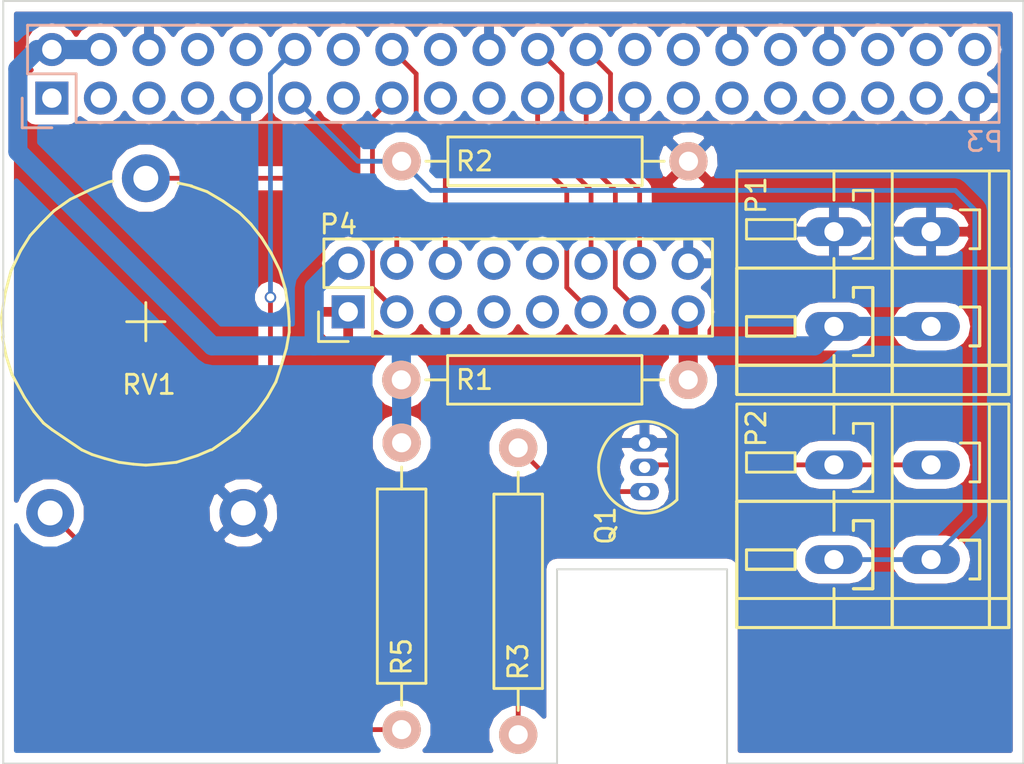
<source format=kicad_pcb>
(kicad_pcb (version 4) (host pcbnew 4.0.5)

  (general
    (links 36)
    (no_connects 0)
    (area 145.678479 78.181999 199.440001 118.160001)
    (thickness 1.6)
    (drawings 8)
    (tracks 72)
    (zones 0)
    (modules 10)
    (nets 43)
  )

  (page A4)
  (layers
    (0 F.Cu signal)
    (31 B.Cu signal)
    (32 B.Adhes user)
    (33 F.Adhes user)
    (34 B.Paste user)
    (35 F.Paste user)
    (36 B.SilkS user)
    (37 F.SilkS user)
    (38 B.Mask user)
    (39 F.Mask user)
    (40 Dwgs.User user)
    (41 Cmts.User user)
    (42 Eco1.User user)
    (43 Eco2.User user)
    (44 Edge.Cuts user)
    (45 Margin user)
    (46 B.CrtYd user)
    (47 F.CrtYd user)
    (48 B.Fab user)
    (49 F.Fab user)
  )

  (setup
    (last_trace_width 0.25)
    (trace_clearance 0.2)
    (zone_clearance 0.508)
    (zone_45_only no)
    (trace_min 0.2)
    (segment_width 0.2)
    (edge_width 0.1)
    (via_size 0.6)
    (via_drill 0.4)
    (via_min_size 0.4)
    (via_min_drill 0.3)
    (uvia_size 0.3)
    (uvia_drill 0.1)
    (uvias_allowed no)
    (uvia_min_size 0.2)
    (uvia_min_drill 0.1)
    (pcb_text_width 0.3)
    (pcb_text_size 1.5 1.5)
    (mod_edge_width 0.15)
    (mod_text_size 1 1)
    (mod_text_width 0.15)
    (pad_size 1.5 1.5)
    (pad_drill 0.6)
    (pad_to_mask_clearance 0)
    (aux_axis_origin 0 0)
    (grid_origin 146.05 78.232)
    (visible_elements FFFFFF7F)
    (pcbplotparams
      (layerselection 0x00030_80000001)
      (usegerberextensions false)
      (excludeedgelayer true)
      (linewidth 0.100000)
      (plotframeref false)
      (viasonmask false)
      (mode 1)
      (useauxorigin false)
      (hpglpennumber 1)
      (hpglpenspeed 20)
      (hpglpendiameter 15)
      (hpglpenoverlay 2)
      (psnegative false)
      (psa4output false)
      (plotreference true)
      (plotvalue true)
      (plotinvisibletext false)
      (padsonsilk false)
      (subtractmaskfromsilk false)
      (outputformat 1)
      (mirror false)
      (drillshape 0)
      (scaleselection 1)
      (outputdirectory /Users/kunsmannf/Documents/KiCAD/raspi-breakout_gerber/))
  )

  (net 0 "")
  (net 1 +5V)
  (net 2 GND)
  (net 3 +3V3)
  (net 4 PS_ON)
  (net 5 "Net-(P3-Pad1)")
  (net 6 "Net-(P3-Pad3)")
  (net 7 "Net-(P3-Pad5)")
  (net 8 "Net-(P3-Pad7)")
  (net 9 "Net-(P3-Pad8)")
  (net 10 "Net-(P3-Pad10)")
  (net 11 "Net-(P3-Pad12)")
  (net 12 "Net-(P3-Pad13)")
  (net 13 "Net-(P3-Pad14)")
  (net 14 LCD_RS)
  (net 15 LCD_ENABLE)
  (net 16 "Net-(P3-Pad17)")
  (net 17 "Net-(P3-Pad18)")
  (net 18 "Net-(P3-Pad19)")
  (net 19 LCD_D4)
  (net 20 LCD_D5)
  (net 21 LCD_D6)
  (net 22 LCD_D7)
  (net 23 "Net-(P3-Pad26)")
  (net 24 "Net-(P3-Pad27)")
  (net 25 "Net-(P3-Pad28)")
  (net 26 "Net-(P3-Pad29)")
  (net 27 "Net-(P3-Pad31)")
  (net 28 "Net-(P3-Pad32)")
  (net 29 "Net-(P3-Pad33)")
  (net 30 "Net-(P3-Pad35)")
  (net 31 "Net-(P3-Pad36)")
  (net 32 "Net-(P3-Pad37)")
  (net 33 "Net-(P3-Pad38)")
  (net 34 "Net-(P3-Pad40)")
  (net 35 "Net-(P4-Pad3)")
  (net 36 "Net-(P4-Pad7)")
  (net 37 "Net-(P4-Pad8)")
  (net 38 "Net-(P4-Pad9)")
  (net 39 "Net-(P4-Pad10)")
  (net 40 "Net-(P4-Pad15)")
  (net 41 "Net-(Q1-Pad1)")
  (net 42 "Net-(R5-Pad1)")

  (net_class Default "Dies ist die voreingestellte Netzklasse."
    (clearance 0.2)
    (trace_width 0.25)
    (via_dia 0.6)
    (via_drill 0.4)
    (uvia_dia 0.3)
    (uvia_drill 0.1)
    (add_net +3V3)
    (add_net LCD_D4)
    (add_net LCD_D5)
    (add_net LCD_D6)
    (add_net LCD_D7)
    (add_net LCD_ENABLE)
    (add_net LCD_RS)
    (add_net "Net-(P3-Pad1)")
    (add_net "Net-(P3-Pad10)")
    (add_net "Net-(P3-Pad12)")
    (add_net "Net-(P3-Pad13)")
    (add_net "Net-(P3-Pad14)")
    (add_net "Net-(P3-Pad17)")
    (add_net "Net-(P3-Pad18)")
    (add_net "Net-(P3-Pad19)")
    (add_net "Net-(P3-Pad26)")
    (add_net "Net-(P3-Pad27)")
    (add_net "Net-(P3-Pad28)")
    (add_net "Net-(P3-Pad29)")
    (add_net "Net-(P3-Pad3)")
    (add_net "Net-(P3-Pad31)")
    (add_net "Net-(P3-Pad32)")
    (add_net "Net-(P3-Pad33)")
    (add_net "Net-(P3-Pad35)")
    (add_net "Net-(P3-Pad36)")
    (add_net "Net-(P3-Pad37)")
    (add_net "Net-(P3-Pad38)")
    (add_net "Net-(P3-Pad40)")
    (add_net "Net-(P3-Pad5)")
    (add_net "Net-(P3-Pad7)")
    (add_net "Net-(P3-Pad8)")
    (add_net "Net-(P4-Pad10)")
    (add_net "Net-(P4-Pad3)")
    (add_net "Net-(P4-Pad7)")
    (add_net "Net-(P4-Pad8)")
    (add_net "Net-(P4-Pad9)")
    (add_net "Net-(Q1-Pad1)")
    (add_net "Net-(R5-Pad1)")
    (add_net PS_ON)
  )

  (net_class Power ""
    (clearance 0.2)
    (trace_width 1)
    (via_dia 0.6)
    (via_drill 0.4)
    (uvia_dia 0.3)
    (uvia_drill 0.1)
    (add_net +5V)
    (add_net GND)
    (add_net "Net-(P4-Pad15)")
  )

  (module Connectors_Terminal_Blocks:TerminalBlock_WAGO-236_2Stift_RM5mm_2pol (layer F.Cu) (tedit 58AA1276) (tstamp 58AA0F24)
    (at 192.024 92.71 90)
    (descr "WAGO-Series 236, 2Stift, 2pol, RM 5mm,")
    (tags "WAGO-Series 236, 2Stift, 2pol, RM 5mm, Anreibare Leiterplattenklemme")
    (path /58A9CF75)
    (fp_text reference P1 (at 4.318 -6.604 90) (layer F.SilkS)
      (effects (font (size 1 1) (thickness 0.15)))
    )
    (fp_text value Power (at 6.35 -0.508 180) (layer F.Fab)
      (effects (font (size 1 1) (thickness 0.15)))
    )
    (fp_line (start 2.032 -4.572) (end 3.048 -4.572) (layer F.SilkS) (width 0.15))
    (fp_line (start 3.048 -4.572) (end 3.048 -7.112) (layer F.SilkS) (width 0.15))
    (fp_line (start 3.048 -7.112) (end 2.032 -7.112) (layer F.SilkS) (width 0.15))
    (fp_line (start 2.032 -7.112) (end 2.032 -4.572) (layer F.SilkS) (width 0.15))
    (fp_line (start 4.064 -2.54) (end 5.588 -2.54) (layer F.SilkS) (width 0.15))
    (fp_line (start 0.508 -2.54) (end 1.016 -2.54) (layer F.SilkS) (width 0.15))
    (fp_line (start 1.016 -1.524) (end 1.016 -0.508) (layer F.SilkS) (width 0.15))
    (fp_line (start 1.016 -0.508) (end 4.572 -0.508) (layer F.SilkS) (width 0.15))
    (fp_line (start 4.572 -0.508) (end 4.572 -1.524) (layer F.SilkS) (width 0.15))
    (fp_line (start 4.572 -1.524) (end 4.064 -1.524) (layer F.SilkS) (width 0.15))
    (fp_line (start 1.524 4.572) (end 1.524 5.08) (layer F.SilkS) (width 0.15))
    (fp_line (start 1.524 5.08) (end 3.556 5.08) (layer F.SilkS) (width 0.15))
    (fp_line (start 3.556 5.08) (end 3.556 4.064) (layer F.SilkS) (width 0.15))
    (fp_line (start 0.508 5.588) (end 5.588 5.588) (layer F.SilkS) (width 0.15))
    (fp_line (start 0.508 0.508) (end 5.588 0.508) (layer F.SilkS) (width 0.15))
    (fp_line (start 0.508 6.604) (end 5.588 6.604) (layer F.SilkS) (width 0.15))
    (fp_line (start 5.588 6.604) (end 5.588 -7.62) (layer F.SilkS) (width 0.15))
    (fp_line (start 5.588 -7.62) (end 0.508 -7.62) (layer F.SilkS) (width 0.15))
    (fp_line (start -4.572 -7.62) (end -2.54 -7.62) (layer F.SilkS) (width 0.15))
    (fp_line (start -4.572 6.604) (end -4.572 -7.62) (layer F.SilkS) (width 0.15))
    (fp_line (start 0.508 6.604) (end -4.572 6.604) (layer F.SilkS) (width 0.15))
    (fp_line (start 0.508 -7.62) (end 0.508 6.604) (layer F.SilkS) (width 0.15))
    (fp_line (start -2.54 -7.62) (end 0.508 -7.62) (layer F.SilkS) (width 0.15))
    (fp_line (start -6.096 -7.62) (end -4.572 -7.62) (layer F.SilkS) (width 0.15))
    (fp_line (start -6.096 6.604) (end -6.096 -7.62) (layer F.SilkS) (width 0.15))
    (fp_line (start -4.572 6.604) (end -6.096 6.604) (layer F.SilkS) (width 0.15))
    (fp_line (start -6.096 -2.54) (end -4.064 -2.54) (layer F.SilkS) (width 0.15))
    (fp_line (start -1.016 -2.54) (end 0.508 -2.54) (layer F.SilkS) (width 0.15))
    (fp_line (start -3.048 -4.572) (end -3.048 -7.112) (layer F.SilkS) (width 0.15))
    (fp_line (start -2.032 -4.572) (end -3.048 -4.572) (layer F.SilkS) (width 0.15))
    (fp_line (start -2.032 -7.112) (end -2.032 -4.572) (layer F.SilkS) (width 0.15))
    (fp_line (start -3.048 -7.112) (end -2.032 -7.112) (layer F.SilkS) (width 0.15))
    (fp_line (start -6.096 0.508) (end 0.508 0.508) (layer F.SilkS) (width 0.15))
    (fp_line (start -6.096 5.588) (end 0.508 5.588) (layer F.SilkS) (width 0.15))
    (fp_line (start -0.508 -1.524) (end -1.016 -1.524) (layer F.SilkS) (width 0.15))
    (fp_line (start -0.508 -0.508) (end -0.508 -1.524) (layer F.SilkS) (width 0.15))
    (fp_line (start -4.064 -0.508) (end -0.508 -0.508) (layer F.SilkS) (width 0.15))
    (fp_line (start -4.064 -1.524) (end -4.064 -0.508) (layer F.SilkS) (width 0.15))
    (fp_line (start -1.524 5.08) (end -1.524 4.064) (layer F.SilkS) (width 0.15))
    (fp_line (start -3.556 5.08) (end -1.524 5.08) (layer F.SilkS) (width 0.15))
    (fp_line (start -3.556 4.572) (end -3.556 5.08) (layer F.SilkS) (width 0.15))
    (fp_line (start -3.556 4.572) (end -3.556 5.08) (layer F.SilkS) (width 0.15))
    (fp_line (start -3.556 5.08) (end -1.524 5.08) (layer F.SilkS) (width 0.15))
    (fp_line (start -1.524 5.08) (end -1.524 4.064) (layer F.SilkS) (width 0.15))
    (fp_line (start -4.064 -1.524) (end -4.064 -0.508) (layer F.SilkS) (width 0.15))
    (fp_line (start -4.064 -0.508) (end -0.508 -0.508) (layer F.SilkS) (width 0.15))
    (fp_line (start -0.508 -0.508) (end -0.508 -1.524) (layer F.SilkS) (width 0.15))
    (fp_line (start -0.508 -1.524) (end -1.016 -1.524) (layer F.SilkS) (width 0.15))
    (fp_line (start -6.096 5.588) (end 0.508 5.588) (layer F.SilkS) (width 0.15))
    (fp_line (start -6.096 0.508) (end 0.508 0.508) (layer F.SilkS) (width 0.15))
    (fp_line (start -3.048 -7.112) (end -2.032 -7.112) (layer F.SilkS) (width 0.15))
    (fp_line (start -2.032 -7.112) (end -2.032 -4.572) (layer F.SilkS) (width 0.15))
    (fp_line (start -2.032 -4.572) (end -3.048 -4.572) (layer F.SilkS) (width 0.15))
    (fp_line (start -3.048 -4.572) (end -3.048 -7.112) (layer F.SilkS) (width 0.15))
    (fp_line (start -1.016 -2.54) (end 0.508 -2.54) (layer F.SilkS) (width 0.15))
    (fp_line (start -6.096 -2.54) (end -4.064 -2.54) (layer F.SilkS) (width 0.15))
    (fp_line (start -4.572 6.604) (end -6.096 6.604) (layer F.SilkS) (width 0.15))
    (fp_line (start -6.096 6.604) (end -6.096 -7.62) (layer F.SilkS) (width 0.15))
    (fp_line (start -6.096 -7.62) (end -4.572 -7.62) (layer F.SilkS) (width 0.15))
    (fp_line (start -2.54 -7.62) (end 0.508 -7.62) (layer F.SilkS) (width 0.15))
    (fp_line (start 0.508 -7.62) (end 0.508 6.604) (layer F.SilkS) (width 0.15))
    (fp_line (start 0.508 6.604) (end -4.572 6.604) (layer F.SilkS) (width 0.15))
    (fp_line (start -4.572 6.604) (end -4.572 -7.62) (layer F.SilkS) (width 0.15))
    (fp_line (start -4.572 -7.62) (end -2.54 -7.62) (layer F.SilkS) (width 0.15))
    (fp_line (start -4.572 -7.62) (end -2.54 -7.62) (layer F.SilkS) (width 0.15))
    (fp_line (start -4.572 6.604) (end -4.572 -7.62) (layer F.SilkS) (width 0.15))
    (fp_line (start 0.508 6.604) (end -4.572 6.604) (layer F.SilkS) (width 0.15))
    (fp_line (start 0.508 -7.62) (end 0.508 6.604) (layer F.SilkS) (width 0.15))
    (fp_line (start -2.54 -7.62) (end 0.508 -7.62) (layer F.SilkS) (width 0.15))
    (fp_line (start -6.096 -7.62) (end -4.572 -7.62) (layer F.SilkS) (width 0.15))
    (fp_line (start -6.096 6.604) (end -6.096 -7.62) (layer F.SilkS) (width 0.15))
    (fp_line (start -4.572 6.604) (end -6.096 6.604) (layer F.SilkS) (width 0.15))
    (fp_line (start -6.096 -2.54) (end -4.064 -2.54) (layer F.SilkS) (width 0.15))
    (fp_line (start -1.016 -2.54) (end 0.508 -2.54) (layer F.SilkS) (width 0.15))
    (fp_line (start -3.048 -4.572) (end -3.048 -7.112) (layer F.SilkS) (width 0.15))
    (fp_line (start -2.032 -4.572) (end -3.048 -4.572) (layer F.SilkS) (width 0.15))
    (fp_line (start -2.032 -7.112) (end -2.032 -4.572) (layer F.SilkS) (width 0.15))
    (fp_line (start -3.048 -7.112) (end -2.032 -7.112) (layer F.SilkS) (width 0.15))
    (fp_line (start -6.096 0.508) (end 0.508 0.508) (layer F.SilkS) (width 0.15))
    (fp_line (start -6.096 5.588) (end 0.508 5.588) (layer F.SilkS) (width 0.15))
    (fp_line (start -0.508 -1.524) (end -1.016 -1.524) (layer F.SilkS) (width 0.15))
    (fp_line (start -0.508 -0.508) (end -0.508 -1.524) (layer F.SilkS) (width 0.15))
    (fp_line (start -4.064 -0.508) (end -0.508 -0.508) (layer F.SilkS) (width 0.15))
    (fp_line (start -4.064 -1.524) (end -4.064 -0.508) (layer F.SilkS) (width 0.15))
    (fp_line (start -1.524 5.08) (end -1.524 4.064) (layer F.SilkS) (width 0.15))
    (fp_line (start -3.556 5.08) (end -1.524 5.08) (layer F.SilkS) (width 0.15))
    (fp_line (start -3.556 4.572) (end -3.556 5.08) (layer F.SilkS) (width 0.15))
    (fp_line (start -3.556 4.572) (end -3.556 5.08) (layer F.SilkS) (width 0.15))
    (fp_line (start -3.556 5.08) (end -1.524 5.08) (layer F.SilkS) (width 0.15))
    (fp_line (start -1.524 5.08) (end -1.524 4.064) (layer F.SilkS) (width 0.15))
    (fp_line (start -4.064 -1.524) (end -4.064 -0.508) (layer F.SilkS) (width 0.15))
    (fp_line (start -4.064 -0.508) (end -0.508 -0.508) (layer F.SilkS) (width 0.15))
    (fp_line (start -0.508 -0.508) (end -0.508 -1.524) (layer F.SilkS) (width 0.15))
    (fp_line (start -0.508 -1.524) (end -1.016 -1.524) (layer F.SilkS) (width 0.15))
    (fp_line (start -6.096 5.588) (end 0.508 5.588) (layer F.SilkS) (width 0.15))
    (fp_line (start -6.096 0.508) (end 0.508 0.508) (layer F.SilkS) (width 0.15))
    (fp_line (start -3.048 -7.112) (end -2.032 -7.112) (layer F.SilkS) (width 0.15))
    (fp_line (start -2.032 -7.112) (end -2.032 -4.572) (layer F.SilkS) (width 0.15))
    (fp_line (start -2.032 -4.572) (end -3.048 -4.572) (layer F.SilkS) (width 0.15))
    (fp_line (start -3.048 -4.572) (end -3.048 -7.112) (layer F.SilkS) (width 0.15))
    (fp_line (start -1.016 -2.54) (end 0.508 -2.54) (layer F.SilkS) (width 0.15))
    (fp_line (start -6.096 -2.54) (end -4.064 -2.54) (layer F.SilkS) (width 0.15))
    (fp_line (start -4.572 6.604) (end -6.096 6.604) (layer F.SilkS) (width 0.15))
    (fp_line (start -6.096 6.604) (end -6.096 -7.62) (layer F.SilkS) (width 0.15))
    (fp_line (start -6.096 -7.62) (end -4.572 -7.62) (layer F.SilkS) (width 0.15))
    (fp_line (start -2.54 -7.62) (end 0.508 -7.62) (layer F.SilkS) (width 0.15))
    (fp_line (start 0.508 -7.62) (end 0.508 6.604) (layer F.SilkS) (width 0.15))
    (fp_line (start 0.508 6.604) (end -4.572 6.604) (layer F.SilkS) (width 0.15))
    (fp_line (start -4.572 6.604) (end -4.572 -7.62) (layer F.SilkS) (width 0.15))
    (fp_line (start -4.572 -7.62) (end -2.54 -7.62) (layer F.SilkS) (width 0.15))
    (pad 1 thru_hole oval (at -2.54 2.54 180) (size 2.99974 1.50114) (drill 1.00076) (layers *.Cu *.Mask)
      (net 1 +5V))
    (pad 1 thru_hole oval (at -2.54 -2.54 180) (size 2.99974 1.50114) (drill 1.00076) (layers *.Cu *.Mask)
      (net 1 +5V))
    (pad 2 thru_hole oval (at 2.413 2.54 180) (size 2.99974 1.50114) (drill 1.00076) (layers *.Cu *.Mask)
      (net 2 GND))
    (pad 2 thru_hole oval (at 2.413 -2.54 180) (size 2.99974 1.50114) (drill 1.00076) (layers *.Cu *.Mask)
      (net 2 GND))
  )

  (module Connectors_Terminal_Blocks:TerminalBlock_WAGO-236_2Stift_RM5mm_2pol (layer F.Cu) (tedit 58AA126F) (tstamp 58AA0F2C)
    (at 192.024 104.902 90)
    (descr "WAGO-Series 236, 2Stift, 2pol, RM 5mm,")
    (tags "WAGO-Series 236, 2Stift, 2pol, RM 5mm, Anreibare Leiterplattenklemme")
    (path /58A9D014)
    (fp_text reference P2 (at 4.318 -6.604 90) (layer F.SilkS)
      (effects (font (size 1 1) (thickness 0.15)))
    )
    (fp_text value PSU_Control (at -7.112 1.778 180) (layer F.Fab)
      (effects (font (size 1 1) (thickness 0.15)))
    )
    (fp_line (start 2.032 -4.572) (end 3.048 -4.572) (layer F.SilkS) (width 0.15))
    (fp_line (start 3.048 -4.572) (end 3.048 -7.112) (layer F.SilkS) (width 0.15))
    (fp_line (start 3.048 -7.112) (end 2.032 -7.112) (layer F.SilkS) (width 0.15))
    (fp_line (start 2.032 -7.112) (end 2.032 -4.572) (layer F.SilkS) (width 0.15))
    (fp_line (start 4.064 -2.54) (end 5.588 -2.54) (layer F.SilkS) (width 0.15))
    (fp_line (start 0.508 -2.54) (end 1.016 -2.54) (layer F.SilkS) (width 0.15))
    (fp_line (start 1.016 -1.524) (end 1.016 -0.508) (layer F.SilkS) (width 0.15))
    (fp_line (start 1.016 -0.508) (end 4.572 -0.508) (layer F.SilkS) (width 0.15))
    (fp_line (start 4.572 -0.508) (end 4.572 -1.524) (layer F.SilkS) (width 0.15))
    (fp_line (start 4.572 -1.524) (end 4.064 -1.524) (layer F.SilkS) (width 0.15))
    (fp_line (start 1.524 4.572) (end 1.524 5.08) (layer F.SilkS) (width 0.15))
    (fp_line (start 1.524 5.08) (end 3.556 5.08) (layer F.SilkS) (width 0.15))
    (fp_line (start 3.556 5.08) (end 3.556 4.064) (layer F.SilkS) (width 0.15))
    (fp_line (start 0.508 5.588) (end 5.588 5.588) (layer F.SilkS) (width 0.15))
    (fp_line (start 0.508 0.508) (end 5.588 0.508) (layer F.SilkS) (width 0.15))
    (fp_line (start 0.508 6.604) (end 5.588 6.604) (layer F.SilkS) (width 0.15))
    (fp_line (start 5.588 6.604) (end 5.588 -7.62) (layer F.SilkS) (width 0.15))
    (fp_line (start 5.588 -7.62) (end 0.508 -7.62) (layer F.SilkS) (width 0.15))
    (fp_line (start -4.572 -7.62) (end -2.54 -7.62) (layer F.SilkS) (width 0.15))
    (fp_line (start -4.572 6.604) (end -4.572 -7.62) (layer F.SilkS) (width 0.15))
    (fp_line (start 0.508 6.604) (end -4.572 6.604) (layer F.SilkS) (width 0.15))
    (fp_line (start 0.508 -7.62) (end 0.508 6.604) (layer F.SilkS) (width 0.15))
    (fp_line (start -2.54 -7.62) (end 0.508 -7.62) (layer F.SilkS) (width 0.15))
    (fp_line (start -6.096 -7.62) (end -4.572 -7.62) (layer F.SilkS) (width 0.15))
    (fp_line (start -6.096 6.604) (end -6.096 -7.62) (layer F.SilkS) (width 0.15))
    (fp_line (start -4.572 6.604) (end -6.096 6.604) (layer F.SilkS) (width 0.15))
    (fp_line (start -6.096 -2.54) (end -4.064 -2.54) (layer F.SilkS) (width 0.15))
    (fp_line (start -1.016 -2.54) (end 0.508 -2.54) (layer F.SilkS) (width 0.15))
    (fp_line (start -3.048 -4.572) (end -3.048 -7.112) (layer F.SilkS) (width 0.15))
    (fp_line (start -2.032 -4.572) (end -3.048 -4.572) (layer F.SilkS) (width 0.15))
    (fp_line (start -2.032 -7.112) (end -2.032 -4.572) (layer F.SilkS) (width 0.15))
    (fp_line (start -3.048 -7.112) (end -2.032 -7.112) (layer F.SilkS) (width 0.15))
    (fp_line (start -6.096 0.508) (end 0.508 0.508) (layer F.SilkS) (width 0.15))
    (fp_line (start -6.096 5.588) (end 0.508 5.588) (layer F.SilkS) (width 0.15))
    (fp_line (start -0.508 -1.524) (end -1.016 -1.524) (layer F.SilkS) (width 0.15))
    (fp_line (start -0.508 -0.508) (end -0.508 -1.524) (layer F.SilkS) (width 0.15))
    (fp_line (start -4.064 -0.508) (end -0.508 -0.508) (layer F.SilkS) (width 0.15))
    (fp_line (start -4.064 -1.524) (end -4.064 -0.508) (layer F.SilkS) (width 0.15))
    (fp_line (start -1.524 5.08) (end -1.524 4.064) (layer F.SilkS) (width 0.15))
    (fp_line (start -3.556 5.08) (end -1.524 5.08) (layer F.SilkS) (width 0.15))
    (fp_line (start -3.556 4.572) (end -3.556 5.08) (layer F.SilkS) (width 0.15))
    (fp_line (start -3.556 4.572) (end -3.556 5.08) (layer F.SilkS) (width 0.15))
    (fp_line (start -3.556 5.08) (end -1.524 5.08) (layer F.SilkS) (width 0.15))
    (fp_line (start -1.524 5.08) (end -1.524 4.064) (layer F.SilkS) (width 0.15))
    (fp_line (start -4.064 -1.524) (end -4.064 -0.508) (layer F.SilkS) (width 0.15))
    (fp_line (start -4.064 -0.508) (end -0.508 -0.508) (layer F.SilkS) (width 0.15))
    (fp_line (start -0.508 -0.508) (end -0.508 -1.524) (layer F.SilkS) (width 0.15))
    (fp_line (start -0.508 -1.524) (end -1.016 -1.524) (layer F.SilkS) (width 0.15))
    (fp_line (start -6.096 5.588) (end 0.508 5.588) (layer F.SilkS) (width 0.15))
    (fp_line (start -6.096 0.508) (end 0.508 0.508) (layer F.SilkS) (width 0.15))
    (fp_line (start -3.048 -7.112) (end -2.032 -7.112) (layer F.SilkS) (width 0.15))
    (fp_line (start -2.032 -7.112) (end -2.032 -4.572) (layer F.SilkS) (width 0.15))
    (fp_line (start -2.032 -4.572) (end -3.048 -4.572) (layer F.SilkS) (width 0.15))
    (fp_line (start -3.048 -4.572) (end -3.048 -7.112) (layer F.SilkS) (width 0.15))
    (fp_line (start -1.016 -2.54) (end 0.508 -2.54) (layer F.SilkS) (width 0.15))
    (fp_line (start -6.096 -2.54) (end -4.064 -2.54) (layer F.SilkS) (width 0.15))
    (fp_line (start -4.572 6.604) (end -6.096 6.604) (layer F.SilkS) (width 0.15))
    (fp_line (start -6.096 6.604) (end -6.096 -7.62) (layer F.SilkS) (width 0.15))
    (fp_line (start -6.096 -7.62) (end -4.572 -7.62) (layer F.SilkS) (width 0.15))
    (fp_line (start -2.54 -7.62) (end 0.508 -7.62) (layer F.SilkS) (width 0.15))
    (fp_line (start 0.508 -7.62) (end 0.508 6.604) (layer F.SilkS) (width 0.15))
    (fp_line (start 0.508 6.604) (end -4.572 6.604) (layer F.SilkS) (width 0.15))
    (fp_line (start -4.572 6.604) (end -4.572 -7.62) (layer F.SilkS) (width 0.15))
    (fp_line (start -4.572 -7.62) (end -2.54 -7.62) (layer F.SilkS) (width 0.15))
    (fp_line (start -4.572 -7.62) (end -2.54 -7.62) (layer F.SilkS) (width 0.15))
    (fp_line (start -4.572 6.604) (end -4.572 -7.62) (layer F.SilkS) (width 0.15))
    (fp_line (start 0.508 6.604) (end -4.572 6.604) (layer F.SilkS) (width 0.15))
    (fp_line (start 0.508 -7.62) (end 0.508 6.604) (layer F.SilkS) (width 0.15))
    (fp_line (start -2.54 -7.62) (end 0.508 -7.62) (layer F.SilkS) (width 0.15))
    (fp_line (start -6.096 -7.62) (end -4.572 -7.62) (layer F.SilkS) (width 0.15))
    (fp_line (start -6.096 6.604) (end -6.096 -7.62) (layer F.SilkS) (width 0.15))
    (fp_line (start -4.572 6.604) (end -6.096 6.604) (layer F.SilkS) (width 0.15))
    (fp_line (start -6.096 -2.54) (end -4.064 -2.54) (layer F.SilkS) (width 0.15))
    (fp_line (start -1.016 -2.54) (end 0.508 -2.54) (layer F.SilkS) (width 0.15))
    (fp_line (start -3.048 -4.572) (end -3.048 -7.112) (layer F.SilkS) (width 0.15))
    (fp_line (start -2.032 -4.572) (end -3.048 -4.572) (layer F.SilkS) (width 0.15))
    (fp_line (start -2.032 -7.112) (end -2.032 -4.572) (layer F.SilkS) (width 0.15))
    (fp_line (start -3.048 -7.112) (end -2.032 -7.112) (layer F.SilkS) (width 0.15))
    (fp_line (start -6.096 0.508) (end 0.508 0.508) (layer F.SilkS) (width 0.15))
    (fp_line (start -6.096 5.588) (end 0.508 5.588) (layer F.SilkS) (width 0.15))
    (fp_line (start -0.508 -1.524) (end -1.016 -1.524) (layer F.SilkS) (width 0.15))
    (fp_line (start -0.508 -0.508) (end -0.508 -1.524) (layer F.SilkS) (width 0.15))
    (fp_line (start -4.064 -0.508) (end -0.508 -0.508) (layer F.SilkS) (width 0.15))
    (fp_line (start -4.064 -1.524) (end -4.064 -0.508) (layer F.SilkS) (width 0.15))
    (fp_line (start -1.524 5.08) (end -1.524 4.064) (layer F.SilkS) (width 0.15))
    (fp_line (start -3.556 5.08) (end -1.524 5.08) (layer F.SilkS) (width 0.15))
    (fp_line (start -3.556 4.572) (end -3.556 5.08) (layer F.SilkS) (width 0.15))
    (fp_line (start -3.556 4.572) (end -3.556 5.08) (layer F.SilkS) (width 0.15))
    (fp_line (start -3.556 5.08) (end -1.524 5.08) (layer F.SilkS) (width 0.15))
    (fp_line (start -1.524 5.08) (end -1.524 4.064) (layer F.SilkS) (width 0.15))
    (fp_line (start -4.064 -1.524) (end -4.064 -0.508) (layer F.SilkS) (width 0.15))
    (fp_line (start -4.064 -0.508) (end -0.508 -0.508) (layer F.SilkS) (width 0.15))
    (fp_line (start -0.508 -0.508) (end -0.508 -1.524) (layer F.SilkS) (width 0.15))
    (fp_line (start -0.508 -1.524) (end -1.016 -1.524) (layer F.SilkS) (width 0.15))
    (fp_line (start -6.096 5.588) (end 0.508 5.588) (layer F.SilkS) (width 0.15))
    (fp_line (start -6.096 0.508) (end 0.508 0.508) (layer F.SilkS) (width 0.15))
    (fp_line (start -3.048 -7.112) (end -2.032 -7.112) (layer F.SilkS) (width 0.15))
    (fp_line (start -2.032 -7.112) (end -2.032 -4.572) (layer F.SilkS) (width 0.15))
    (fp_line (start -2.032 -4.572) (end -3.048 -4.572) (layer F.SilkS) (width 0.15))
    (fp_line (start -3.048 -4.572) (end -3.048 -7.112) (layer F.SilkS) (width 0.15))
    (fp_line (start -1.016 -2.54) (end 0.508 -2.54) (layer F.SilkS) (width 0.15))
    (fp_line (start -6.096 -2.54) (end -4.064 -2.54) (layer F.SilkS) (width 0.15))
    (fp_line (start -4.572 6.604) (end -6.096 6.604) (layer F.SilkS) (width 0.15))
    (fp_line (start -6.096 6.604) (end -6.096 -7.62) (layer F.SilkS) (width 0.15))
    (fp_line (start -6.096 -7.62) (end -4.572 -7.62) (layer F.SilkS) (width 0.15))
    (fp_line (start -2.54 -7.62) (end 0.508 -7.62) (layer F.SilkS) (width 0.15))
    (fp_line (start 0.508 -7.62) (end 0.508 6.604) (layer F.SilkS) (width 0.15))
    (fp_line (start 0.508 6.604) (end -4.572 6.604) (layer F.SilkS) (width 0.15))
    (fp_line (start -4.572 6.604) (end -4.572 -7.62) (layer F.SilkS) (width 0.15))
    (fp_line (start -4.572 -7.62) (end -2.54 -7.62) (layer F.SilkS) (width 0.15))
    (pad 1 thru_hole oval (at -2.54 2.54 180) (size 2.99974 1.50114) (drill 1.00076) (layers *.Cu *.Mask)
      (net 3 +3V3))
    (pad 1 thru_hole oval (at -2.54 -2.54 180) (size 2.99974 1.50114) (drill 1.00076) (layers *.Cu *.Mask)
      (net 3 +3V3))
    (pad 2 thru_hole oval (at 2.413 2.54 180) (size 2.99974 1.50114) (drill 1.00076) (layers *.Cu *.Mask)
      (net 4 PS_ON))
    (pad 2 thru_hole oval (at 2.413 -2.54 180) (size 2.99974 1.50114) (drill 1.00076) (layers *.Cu *.Mask)
      (net 4 PS_ON))
  )

  (module Socket_Strips:Socket_Strip_Straight_2x20 (layer B.Cu) (tedit 58AA119D) (tstamp 58AA0F58)
    (at 148.59 83.312)
    (descr "Through hole socket strip")
    (tags "socket strip")
    (path /58A9C76E)
    (fp_text reference P3 (at 48.768 2.286) (layer B.SilkS)
      (effects (font (size 1 1) (thickness 0.15)) (justify mirror))
    )
    (fp_text value "Raspberry Pi GPIO" (at 5.08 2.286) (layer B.Fab)
      (effects (font (size 1 1) (thickness 0.15)) (justify mirror))
    )
    (fp_line (start -1.75 1.75) (end -1.75 -4.3) (layer B.CrtYd) (width 0.05))
    (fp_line (start 50.05 1.75) (end 50.05 -4.3) (layer B.CrtYd) (width 0.05))
    (fp_line (start -1.75 1.75) (end 50.05 1.75) (layer B.CrtYd) (width 0.05))
    (fp_line (start -1.75 -4.3) (end 50.05 -4.3) (layer B.CrtYd) (width 0.05))
    (fp_line (start 49.53 -3.81) (end -1.27 -3.81) (layer B.SilkS) (width 0.15))
    (fp_line (start 1.27 1.27) (end 49.53 1.27) (layer B.SilkS) (width 0.15))
    (fp_line (start 49.53 -3.81) (end 49.53 1.27) (layer B.SilkS) (width 0.15))
    (fp_line (start -1.27 -3.81) (end -1.27 -1.27) (layer B.SilkS) (width 0.15))
    (fp_line (start 0 1.55) (end -1.55 1.55) (layer B.SilkS) (width 0.15))
    (fp_line (start -1.27 -1.27) (end 1.27 -1.27) (layer B.SilkS) (width 0.15))
    (fp_line (start 1.27 -1.27) (end 1.27 1.27) (layer B.SilkS) (width 0.15))
    (fp_line (start -1.55 1.55) (end -1.55 0) (layer B.SilkS) (width 0.15))
    (pad 1 thru_hole rect (at 0 0) (size 1.7272 1.7272) (drill 1.016) (layers *.Cu *.Mask)
      (net 5 "Net-(P3-Pad1)"))
    (pad 2 thru_hole oval (at 0 -2.54) (size 1.7272 1.7272) (drill 1.016) (layers *.Cu *.Mask)
      (net 1 +5V))
    (pad 3 thru_hole oval (at 2.54 0) (size 1.7272 1.7272) (drill 1.016) (layers *.Cu *.Mask)
      (net 6 "Net-(P3-Pad3)"))
    (pad 4 thru_hole oval (at 2.54 -2.54) (size 1.7272 1.7272) (drill 1.016) (layers *.Cu *.Mask)
      (net 1 +5V))
    (pad 5 thru_hole oval (at 5.08 0) (size 1.7272 1.7272) (drill 1.016) (layers *.Cu *.Mask)
      (net 7 "Net-(P3-Pad5)"))
    (pad 6 thru_hole oval (at 5.08 -2.54) (size 1.7272 1.7272) (drill 1.016) (layers *.Cu *.Mask)
      (net 2 GND))
    (pad 7 thru_hole oval (at 7.62 0) (size 1.7272 1.7272) (drill 1.016) (layers *.Cu *.Mask)
      (net 8 "Net-(P3-Pad7)"))
    (pad 8 thru_hole oval (at 7.62 -2.54) (size 1.7272 1.7272) (drill 1.016) (layers *.Cu *.Mask)
      (net 9 "Net-(P3-Pad8)"))
    (pad 9 thru_hole oval (at 10.16 0) (size 1.7272 1.7272) (drill 1.016) (layers *.Cu *.Mask)
      (net 2 GND))
    (pad 10 thru_hole oval (at 10.16 -2.54) (size 1.7272 1.7272) (drill 1.016) (layers *.Cu *.Mask)
      (net 10 "Net-(P3-Pad10)"))
    (pad 11 thru_hole oval (at 12.7 0) (size 1.7272 1.7272) (drill 1.016) (layers *.Cu *.Mask)
      (net 3 +3V3))
    (pad 12 thru_hole oval (at 12.7 -2.54) (size 1.7272 1.7272) (drill 1.016) (layers *.Cu *.Mask)
      (net 11 "Net-(P3-Pad12)"))
    (pad 13 thru_hole oval (at 15.24 0) (size 1.7272 1.7272) (drill 1.016) (layers *.Cu *.Mask)
      (net 12 "Net-(P3-Pad13)"))
    (pad 14 thru_hole oval (at 15.24 -2.54) (size 1.7272 1.7272) (drill 1.016) (layers *.Cu *.Mask)
      (net 13 "Net-(P3-Pad14)"))
    (pad 15 thru_hole oval (at 17.78 0) (size 1.7272 1.7272) (drill 1.016) (layers *.Cu *.Mask)
      (net 14 LCD_RS))
    (pad 16 thru_hole oval (at 17.78 -2.54) (size 1.7272 1.7272) (drill 1.016) (layers *.Cu *.Mask)
      (net 15 LCD_ENABLE))
    (pad 17 thru_hole oval (at 20.32 0) (size 1.7272 1.7272) (drill 1.016) (layers *.Cu *.Mask)
      (net 16 "Net-(P3-Pad17)"))
    (pad 18 thru_hole oval (at 20.32 -2.54) (size 1.7272 1.7272) (drill 1.016) (layers *.Cu *.Mask)
      (net 17 "Net-(P3-Pad18)"))
    (pad 19 thru_hole oval (at 22.86 0) (size 1.7272 1.7272) (drill 1.016) (layers *.Cu *.Mask)
      (net 18 "Net-(P3-Pad19)"))
    (pad 20 thru_hole oval (at 22.86 -2.54) (size 1.7272 1.7272) (drill 1.016) (layers *.Cu *.Mask)
      (net 2 GND))
    (pad 21 thru_hole oval (at 25.4 0) (size 1.7272 1.7272) (drill 1.016) (layers *.Cu *.Mask)
      (net 19 LCD_D4))
    (pad 22 thru_hole oval (at 25.4 -2.54) (size 1.7272 1.7272) (drill 1.016) (layers *.Cu *.Mask)
      (net 20 LCD_D5))
    (pad 23 thru_hole oval (at 27.94 0) (size 1.7272 1.7272) (drill 1.016) (layers *.Cu *.Mask)
      (net 21 LCD_D6))
    (pad 24 thru_hole oval (at 27.94 -2.54) (size 1.7272 1.7272) (drill 1.016) (layers *.Cu *.Mask)
      (net 22 LCD_D7))
    (pad 25 thru_hole oval (at 30.48 0) (size 1.7272 1.7272) (drill 1.016) (layers *.Cu *.Mask)
      (net 2 GND))
    (pad 26 thru_hole oval (at 30.48 -2.54) (size 1.7272 1.7272) (drill 1.016) (layers *.Cu *.Mask)
      (net 23 "Net-(P3-Pad26)"))
    (pad 27 thru_hole oval (at 33.02 0) (size 1.7272 1.7272) (drill 1.016) (layers *.Cu *.Mask)
      (net 24 "Net-(P3-Pad27)"))
    (pad 28 thru_hole oval (at 33.02 -2.54) (size 1.7272 1.7272) (drill 1.016) (layers *.Cu *.Mask)
      (net 25 "Net-(P3-Pad28)"))
    (pad 29 thru_hole oval (at 35.56 0) (size 1.7272 1.7272) (drill 1.016) (layers *.Cu *.Mask)
      (net 26 "Net-(P3-Pad29)"))
    (pad 30 thru_hole oval (at 35.56 -2.54) (size 1.7272 1.7272) (drill 1.016) (layers *.Cu *.Mask)
      (net 2 GND))
    (pad 31 thru_hole oval (at 38.1 0) (size 1.7272 1.7272) (drill 1.016) (layers *.Cu *.Mask)
      (net 27 "Net-(P3-Pad31)"))
    (pad 32 thru_hole oval (at 38.1 -2.54) (size 1.7272 1.7272) (drill 1.016) (layers *.Cu *.Mask)
      (net 28 "Net-(P3-Pad32)"))
    (pad 33 thru_hole oval (at 40.64 0) (size 1.7272 1.7272) (drill 1.016) (layers *.Cu *.Mask)
      (net 29 "Net-(P3-Pad33)"))
    (pad 34 thru_hole oval (at 40.64 -2.54) (size 1.7272 1.7272) (drill 1.016) (layers *.Cu *.Mask)
      (net 2 GND))
    (pad 35 thru_hole oval (at 43.18 0) (size 1.7272 1.7272) (drill 1.016) (layers *.Cu *.Mask)
      (net 30 "Net-(P3-Pad35)"))
    (pad 36 thru_hole oval (at 43.18 -2.54) (size 1.7272 1.7272) (drill 1.016) (layers *.Cu *.Mask)
      (net 31 "Net-(P3-Pad36)"))
    (pad 37 thru_hole oval (at 45.72 0) (size 1.7272 1.7272) (drill 1.016) (layers *.Cu *.Mask)
      (net 32 "Net-(P3-Pad37)"))
    (pad 38 thru_hole oval (at 45.72 -2.54) (size 1.7272 1.7272) (drill 1.016) (layers *.Cu *.Mask)
      (net 33 "Net-(P3-Pad38)"))
    (pad 39 thru_hole oval (at 48.26 0) (size 1.7272 1.7272) (drill 1.016) (layers *.Cu *.Mask)
      (net 2 GND))
    (pad 40 thru_hole oval (at 48.26 -2.54) (size 1.7272 1.7272) (drill 1.016) (layers *.Cu *.Mask)
      (net 34 "Net-(P3-Pad40)"))
    (model Socket_Strips.3dshapes/Socket_Strip_Straight_2x20.wrl
      (at (xyz 0.95 -0.05 0))
      (scale (xyz 1 1 1))
      (rotate (xyz 0 0 180))
    )
  )

  (module Pin_Headers:Pin_Header_Straight_2x08 (layer F.Cu) (tedit 58AA115D) (tstamp 58AA0F6C)
    (at 164.084 94.488 90)
    (descr "Through hole pin header")
    (tags "pin header")
    (path /58A9C814)
    (fp_text reference P4 (at 4.572 -0.508 180) (layer F.SilkS)
      (effects (font (size 1 1) (thickness 0.15)))
    )
    (fp_text value "HD44780 LCD" (at 4.572 13.97 180) (layer F.Fab)
      (effects (font (size 1 1) (thickness 0.15)))
    )
    (fp_line (start -1.75 -1.75) (end -1.75 19.55) (layer F.CrtYd) (width 0.05))
    (fp_line (start 4.3 -1.75) (end 4.3 19.55) (layer F.CrtYd) (width 0.05))
    (fp_line (start -1.75 -1.75) (end 4.3 -1.75) (layer F.CrtYd) (width 0.05))
    (fp_line (start -1.75 19.55) (end 4.3 19.55) (layer F.CrtYd) (width 0.05))
    (fp_line (start 3.81 19.05) (end 3.81 -1.27) (layer F.SilkS) (width 0.15))
    (fp_line (start -1.27 1.27) (end -1.27 19.05) (layer F.SilkS) (width 0.15))
    (fp_line (start 3.81 19.05) (end -1.27 19.05) (layer F.SilkS) (width 0.15))
    (fp_line (start 3.81 -1.27) (end 1.27 -1.27) (layer F.SilkS) (width 0.15))
    (fp_line (start 0 -1.55) (end -1.55 -1.55) (layer F.SilkS) (width 0.15))
    (fp_line (start 1.27 -1.27) (end 1.27 1.27) (layer F.SilkS) (width 0.15))
    (fp_line (start 1.27 1.27) (end -1.27 1.27) (layer F.SilkS) (width 0.15))
    (fp_line (start -1.55 -1.55) (end -1.55 0) (layer F.SilkS) (width 0.15))
    (pad 1 thru_hole rect (at 0 0 90) (size 1.7272 1.7272) (drill 1.016) (layers *.Cu *.Mask)
      (net 2 GND))
    (pad 2 thru_hole oval (at 2.54 0 90) (size 1.7272 1.7272) (drill 1.016) (layers *.Cu *.Mask)
      (net 1 +5V))
    (pad 3 thru_hole oval (at 0 2.54 90) (size 1.7272 1.7272) (drill 1.016) (layers *.Cu *.Mask)
      (net 35 "Net-(P4-Pad3)"))
    (pad 4 thru_hole oval (at 2.54 2.54 90) (size 1.7272 1.7272) (drill 1.016) (layers *.Cu *.Mask)
      (net 14 LCD_RS))
    (pad 5 thru_hole oval (at 0 5.08 90) (size 1.7272 1.7272) (drill 1.016) (layers *.Cu *.Mask)
      (net 2 GND))
    (pad 6 thru_hole oval (at 2.54 5.08 90) (size 1.7272 1.7272) (drill 1.016) (layers *.Cu *.Mask)
      (net 15 LCD_ENABLE))
    (pad 7 thru_hole oval (at 0 7.62 90) (size 1.7272 1.7272) (drill 1.016) (layers *.Cu *.Mask)
      (net 36 "Net-(P4-Pad7)"))
    (pad 8 thru_hole oval (at 2.54 7.62 90) (size 1.7272 1.7272) (drill 1.016) (layers *.Cu *.Mask)
      (net 37 "Net-(P4-Pad8)"))
    (pad 9 thru_hole oval (at 0 10.16 90) (size 1.7272 1.7272) (drill 1.016) (layers *.Cu *.Mask)
      (net 38 "Net-(P4-Pad9)"))
    (pad 10 thru_hole oval (at 2.54 10.16 90) (size 1.7272 1.7272) (drill 1.016) (layers *.Cu *.Mask)
      (net 39 "Net-(P4-Pad10)"))
    (pad 11 thru_hole oval (at 0 12.7 90) (size 1.7272 1.7272) (drill 1.016) (layers *.Cu *.Mask)
      (net 19 LCD_D4))
    (pad 12 thru_hole oval (at 2.54 12.7 90) (size 1.7272 1.7272) (drill 1.016) (layers *.Cu *.Mask)
      (net 20 LCD_D5))
    (pad 13 thru_hole oval (at 0 15.24 90) (size 1.7272 1.7272) (drill 1.016) (layers *.Cu *.Mask)
      (net 21 LCD_D6))
    (pad 14 thru_hole oval (at 2.54 15.24 90) (size 1.7272 1.7272) (drill 1.016) (layers *.Cu *.Mask)
      (net 22 LCD_D7))
    (pad 15 thru_hole oval (at 0 17.78 90) (size 1.7272 1.7272) (drill 1.016) (layers *.Cu *.Mask)
      (net 40 "Net-(P4-Pad15)"))
    (pad 16 thru_hole oval (at 2.54 17.78 90) (size 1.7272 1.7272) (drill 1.016) (layers *.Cu *.Mask)
      (net 2 GND))
    (model Pin_Headers.3dshapes/Pin_Header_Straight_2x08.wrl
      (at (xyz 0.05 -0.35 0))
      (scale (xyz 1 1 1))
      (rotate (xyz 0 0 90))
    )
  )

  (module TO_SOT_Packages_THT:TO-92_Inline_Narrow_Oval (layer F.Cu) (tedit 58AA111F) (tstamp 58AA0F73)
    (at 179.578 103.886 90)
    (descr "TO-92 leads in-line, narrow, oval pads, drill 0.6mm (see NXP sot054_po.pdf)")
    (tags "to-92 sc-43 sc-43a sot54 PA33 transistor")
    (path /58A9E36B)
    (fp_text reference Q1 (at -1.778 -2.032 90) (layer F.SilkS)
      (effects (font (size 1 1) (thickness 0.15)))
    )
    (fp_text value Q_NPN_BCE (at 0 3 90) (layer F.Fab) hide
      (effects (font (size 1 1) (thickness 0.15)))
    )
    (fp_line (start -1.4 1.95) (end -1.4 -2.65) (layer F.CrtYd) (width 0.05))
    (fp_line (start -1.4 1.95) (end 3.95 1.95) (layer F.CrtYd) (width 0.05))
    (fp_line (start -0.43 1.7) (end 2.97 1.7) (layer F.SilkS) (width 0.15))
    (fp_arc (start 1.27 0) (end 1.27 -2.4) (angle -135) (layer F.SilkS) (width 0.15))
    (fp_arc (start 1.27 0) (end 1.27 -2.4) (angle 135) (layer F.SilkS) (width 0.15))
    (fp_line (start -1.4 -2.65) (end 3.95 -2.65) (layer F.CrtYd) (width 0.05))
    (fp_line (start 3.95 1.95) (end 3.95 -2.65) (layer F.CrtYd) (width 0.05))
    (pad 2 thru_hole oval (at 1.27 0 270) (size 0.89916 1.50114) (drill 0.6) (layers *.Cu *.Mask)
      (net 4 PS_ON))
    (pad 3 thru_hole oval (at 2.54 0 270) (size 0.89916 1.50114) (drill 0.6) (layers *.Cu *.Mask)
      (net 2 GND))
    (pad 1 thru_hole oval (at 0 0 270) (size 0.89916 1.50114) (drill 0.6) (layers *.Cu *.Mask)
      (net 41 "Net-(Q1-Pad1)"))
    (model TO_SOT_Packages_THT.3dshapes/TO-92_Inline_Narrow_Oval.wrl
      (at (xyz 0.05 0 0))
      (scale (xyz 1 1 1))
      (rotate (xyz 0 0 -90))
    )
  )

  (module Resistors_THT:Resistor_Horizontal_RM15mm (layer F.Cu) (tedit 58AA10CB) (tstamp 58AA0F83)
    (at 181.864 98.044 180)
    (descr "Resistor, Axial, RM 15mm,")
    (tags "Resistor Axial RM 15mm")
    (path /58A9CA1C)
    (fp_text reference R1 (at 11.176 0 180) (layer F.SilkS)
      (effects (font (size 1 1) (thickness 0.15)))
    )
    (fp_text value 22 (at 3.81 0 180) (layer F.Fab)
      (effects (font (size 1 1) (thickness 0.15)))
    )
    (fp_line (start -1.25 1.5) (end -1.25 -1.5) (layer F.CrtYd) (width 0.05))
    (fp_line (start -1.25 -1.5) (end 16.25 -1.5) (layer F.CrtYd) (width 0.05))
    (fp_line (start 16.25 -1.5) (end 16.25 1.5) (layer F.CrtYd) (width 0.05))
    (fp_line (start 16.25 1.5) (end -1.25 1.5) (layer F.CrtYd) (width 0.05))
    (fp_line (start 2.42 -1.27) (end 2.42 1.27) (layer F.SilkS) (width 0.15))
    (fp_line (start 2.42 1.27) (end 12.58 1.27) (layer F.SilkS) (width 0.15))
    (fp_line (start 12.58 1.27) (end 12.58 -1.27) (layer F.SilkS) (width 0.15))
    (fp_line (start 12.58 -1.27) (end 2.42 -1.27) (layer F.SilkS) (width 0.15))
    (fp_line (start 13.73 0) (end 12.58 0) (layer F.SilkS) (width 0.15))
    (fp_line (start 1.27 0) (end 2.42 0) (layer F.SilkS) (width 0.15))
    (pad 1 thru_hole circle (at 0 0 180) (size 1.99898 1.99898) (drill 1.00076) (layers *.Cu *.SilkS *.Mask)
      (net 40 "Net-(P4-Pad15)"))
    (pad 2 thru_hole circle (at 15 0 180) (size 1.99898 1.99898) (drill 1.00076) (layers *.Cu *.SilkS *.Mask)
      (net 1 +5V))
    (model Resistors_ThroughHole.3dshapes/Resistor_Horizontal_RM15mm.wrl
      (at (xyz 0.295 0 0))
      (scale (xyz 0.395 0.4 0.4))
      (rotate (xyz 0 0 0))
    )
  )

  (module Resistors_THT:Resistor_Horizontal_RM15mm (layer F.Cu) (tedit 58AA10DD) (tstamp 58AA0F93)
    (at 166.878 86.614)
    (descr "Resistor, Axial, RM 15mm,")
    (tags "Resistor Axial RM 15mm")
    (path /58A9E030)
    (fp_text reference R2 (at 3.81 0) (layer F.SilkS)
      (effects (font (size 1 1) (thickness 0.15)))
    )
    (fp_text value 10k (at 10.922 0) (layer F.Fab)
      (effects (font (size 1 1) (thickness 0.15)))
    )
    (fp_line (start -1.25 1.5) (end -1.25 -1.5) (layer F.CrtYd) (width 0.05))
    (fp_line (start -1.25 -1.5) (end 16.25 -1.5) (layer F.CrtYd) (width 0.05))
    (fp_line (start 16.25 -1.5) (end 16.25 1.5) (layer F.CrtYd) (width 0.05))
    (fp_line (start 16.25 1.5) (end -1.25 1.5) (layer F.CrtYd) (width 0.05))
    (fp_line (start 2.42 -1.27) (end 2.42 1.27) (layer F.SilkS) (width 0.15))
    (fp_line (start 2.42 1.27) (end 12.58 1.27) (layer F.SilkS) (width 0.15))
    (fp_line (start 12.58 1.27) (end 12.58 -1.27) (layer F.SilkS) (width 0.15))
    (fp_line (start 12.58 -1.27) (end 2.42 -1.27) (layer F.SilkS) (width 0.15))
    (fp_line (start 13.73 0) (end 12.58 0) (layer F.SilkS) (width 0.15))
    (fp_line (start 1.27 0) (end 2.42 0) (layer F.SilkS) (width 0.15))
    (pad 1 thru_hole circle (at 0 0) (size 1.99898 1.99898) (drill 1.00076) (layers *.Cu *.SilkS *.Mask)
      (net 3 +3V3))
    (pad 2 thru_hole circle (at 15 0) (size 1.99898 1.99898) (drill 1.00076) (layers *.Cu *.SilkS *.Mask)
      (net 2 GND))
    (model Resistors_ThroughHole.3dshapes/Resistor_Horizontal_RM15mm.wrl
      (at (xyz 0.295 0 0))
      (scale (xyz 0.395 0.4 0.4))
      (rotate (xyz 0 0 0))
    )
  )

  (module Resistors_THT:Resistor_Horizontal_RM15mm (layer F.Cu) (tedit 58AA10A9) (tstamp 58AA0FA3)
    (at 172.974 101.6 270)
    (descr "Resistor, Axial, RM 15mm,")
    (tags "Resistor Axial RM 15mm")
    (path /58A9E3A9)
    (fp_text reference R3 (at 11.176 0 270) (layer F.SilkS)
      (effects (font (size 1 1) (thickness 0.15)))
    )
    (fp_text value 1k (at 3.81 0 270) (layer F.Fab)
      (effects (font (size 1 1) (thickness 0.15)))
    )
    (fp_line (start -1.25 1.5) (end -1.25 -1.5) (layer F.CrtYd) (width 0.05))
    (fp_line (start -1.25 -1.5) (end 16.25 -1.5) (layer F.CrtYd) (width 0.05))
    (fp_line (start 16.25 -1.5) (end 16.25 1.5) (layer F.CrtYd) (width 0.05))
    (fp_line (start 16.25 1.5) (end -1.25 1.5) (layer F.CrtYd) (width 0.05))
    (fp_line (start 2.42 -1.27) (end 2.42 1.27) (layer F.SilkS) (width 0.15))
    (fp_line (start 2.42 1.27) (end 12.58 1.27) (layer F.SilkS) (width 0.15))
    (fp_line (start 12.58 1.27) (end 12.58 -1.27) (layer F.SilkS) (width 0.15))
    (fp_line (start 12.58 -1.27) (end 2.42 -1.27) (layer F.SilkS) (width 0.15))
    (fp_line (start 13.73 0) (end 12.58 0) (layer F.SilkS) (width 0.15))
    (fp_line (start 1.27 0) (end 2.42 0) (layer F.SilkS) (width 0.15))
    (pad 1 thru_hole circle (at 0 0 270) (size 1.99898 1.99898) (drill 1.00076) (layers *.Cu *.SilkS *.Mask)
      (net 41 "Net-(Q1-Pad1)"))
    (pad 2 thru_hole circle (at 15 0 270) (size 1.99898 1.99898) (drill 1.00076) (layers *.Cu *.SilkS *.Mask)
      (net 11 "Net-(P3-Pad12)"))
    (model Resistors_ThroughHole.3dshapes/Resistor_Horizontal_RM15mm.wrl
      (at (xyz 0.295 0 0))
      (scale (xyz 0.395 0.4 0.4))
      (rotate (xyz 0 0 0))
    )
  )

  (module Resistors_THT:Resistor_Horizontal_RM15mm (layer F.Cu) (tedit 58AB4675) (tstamp 58AA0FC3)
    (at 166.878 116.332 90)
    (descr "Resistor, Axial, RM 15mm,")
    (tags "Resistor Axial RM 15mm")
    (path /58A9F0FE)
    (fp_text reference R5 (at 3.81 0 90) (layer F.SilkS)
      (effects (font (size 1 1) (thickness 0.15)))
    )
    (fp_text value 10k (at 10.668 0 90) (layer F.Fab)
      (effects (font (size 1 1) (thickness 0.15)))
    )
    (fp_line (start -1.25 1.5) (end -1.25 -1.5) (layer F.CrtYd) (width 0.05))
    (fp_line (start -1.25 -1.5) (end 16.25 -1.5) (layer F.CrtYd) (width 0.05))
    (fp_line (start 16.25 -1.5) (end 16.25 1.5) (layer F.CrtYd) (width 0.05))
    (fp_line (start 16.25 1.5) (end -1.25 1.5) (layer F.CrtYd) (width 0.05))
    (fp_line (start 2.42 -1.27) (end 2.42 1.27) (layer F.SilkS) (width 0.15))
    (fp_line (start 2.42 1.27) (end 12.58 1.27) (layer F.SilkS) (width 0.15))
    (fp_line (start 12.58 1.27) (end 12.58 -1.27) (layer F.SilkS) (width 0.15))
    (fp_line (start 12.58 -1.27) (end 2.42 -1.27) (layer F.SilkS) (width 0.15))
    (fp_line (start 13.73 0) (end 12.58 0) (layer F.SilkS) (width 0.15))
    (fp_line (start 1.27 0) (end 2.42 0) (layer F.SilkS) (width 0.15))
    (pad 1 thru_hole circle (at 0 0 90) (size 1.99898 1.99898) (drill 1.00076) (layers *.Cu *.SilkS *.Mask)
      (net 42 "Net-(R5-Pad1)"))
    (pad 2 thru_hole circle (at 15 0 90) (size 1.99898 1.99898) (drill 1.00076) (layers *.Cu *.SilkS *.Mask)
      (net 1 +5V))
    (model Resistors_ThroughHole.3dshapes/Resistor_Horizontal_RM15mm.wrl
      (at (xyz 0.295 0 0))
      (scale (xyz 0.395 0.4 0.4))
      (rotate (xyz 0 0 0))
    )
  )

  (module Potentiometers:Potentiometer_Trimmer-Piher_PT15-V17-5_horizontal (layer F.Cu) (tedit 58AA106C) (tstamp 58AA0FCA)
    (at 148.5011 105.0036)
    (descr "Potentiometer, Trimmer, Piher, PT15, Type V17.5, horizontal, Rev A, 02 Aug 2010,")
    (tags "Potentiometer, Trimmer, Piher, PT15, Type V17.5, horizontal, Rev A, 02 Aug 2010,")
    (path /58A9C906)
    (fp_text reference RV1 (at 5.1689 -6.7056) (layer F.SilkS)
      (effects (font (size 1 1) (thickness 0.15)))
    )
    (fp_text value 10k (at 5.1689 -4.9276) (layer F.Fab)
      (effects (font (size 1 1) (thickness 0.15)))
    )
    (fp_line (start 1.651 -3.29946) (end 0.1016 -4.35102) (layer F.SilkS) (width 0.15))
    (fp_line (start 9.90092 -4.30022) (end 8.45058 -3.29946) (layer F.SilkS) (width 0.15))
    (fp_line (start 3.05054 -17.29994) (end 3.2512 -17.35074) (layer F.SilkS) (width 0.15))
    (fp_line (start 7.40156 -17.09928) (end 6.70052 -17.24914) (layer F.SilkS) (width 0.15))
    (fp_line (start 1.651 -3.29946) (end 2.20218 -3.05054) (layer F.SilkS) (width 0.15))
    (fp_line (start 2.20218 -3.05054) (end 2.85242 -2.84988) (layer F.SilkS) (width 0.15))
    (fp_line (start 2.85242 -2.84988) (end 3.60172 -2.64922) (layer F.SilkS) (width 0.15))
    (fp_line (start 3.60172 -2.64922) (end 4.35102 -2.55016) (layer F.SilkS) (width 0.15))
    (fp_line (start 4.35102 -2.55016) (end 5.00126 -2.49936) (layer F.SilkS) (width 0.15))
    (fp_line (start 5.00126 -2.49936) (end 5.6515 -2.55016) (layer F.SilkS) (width 0.15))
    (fp_line (start 5.6515 -2.55016) (end 6.60146 -2.64922) (layer F.SilkS) (width 0.15))
    (fp_line (start 6.60146 -2.64922) (end 7.70128 -2.99974) (layer F.SilkS) (width 0.15))
    (fp_line (start 7.70128 -2.99974) (end 8.40232 -3.29946) (layer F.SilkS) (width 0.15))
    (fp_line (start -2.49936 -9.19988) (end -2.2987 -8.19912) (layer F.SilkS) (width 0.15))
    (fp_line (start -2.2987 -8.19912) (end -1.99898 -7.24916) (layer F.SilkS) (width 0.15))
    (fp_line (start -1.99898 -7.24916) (end -1.34874 -6.05028) (layer F.SilkS) (width 0.15))
    (fp_line (start -1.34874 -6.05028) (end -0.84836 -5.30098) (layer F.SilkS) (width 0.15))
    (fp_line (start -0.84836 -5.30098) (end -0.34798 -4.699) (layer F.SilkS) (width 0.15))
    (fp_line (start -0.34798 -4.699) (end 0.1016 -4.35102) (layer F.SilkS) (width 0.15))
    (fp_line (start 3.05054 -17.29994) (end 2.10058 -16.90116) (layer F.SilkS) (width 0.15))
    (fp_line (start 2.10058 -16.90116) (end 1.05156 -16.40078) (layer F.SilkS) (width 0.15))
    (fp_line (start 1.05156 -16.40078) (end 0.20066 -15.7988) (layer F.SilkS) (width 0.15))
    (fp_line (start 0.20066 -15.7988) (end -0.44958 -15.1511) (layer F.SilkS) (width 0.15))
    (fp_line (start -0.44958 -15.1511) (end -1.04902 -14.50086) (layer F.SilkS) (width 0.15))
    (fp_line (start -1.04902 -14.50086) (end -1.5494 -13.70076) (layer F.SilkS) (width 0.15))
    (fp_line (start -1.5494 -13.70076) (end -2.04978 -12.6492) (layer F.SilkS) (width 0.15))
    (fp_line (start -2.04978 -12.6492) (end -2.3495 -11.50112) (layer F.SilkS) (width 0.15))
    (fp_line (start -2.3495 -11.50112) (end -2.54762 -10.20064) (layer F.SilkS) (width 0.15))
    (fp_line (start -2.54762 -10.20064) (end -2.44856 -9.19988) (layer F.SilkS) (width 0.15))
    (fp_line (start 11.55192 -13.59916) (end 11.05154 -14.39926) (layer F.SilkS) (width 0.15))
    (fp_line (start 11.05154 -14.39926) (end 10.50036 -15.1003) (layer F.SilkS) (width 0.15))
    (fp_line (start 10.50036 -15.1003) (end 9.90092 -15.69974) (layer F.SilkS) (width 0.15))
    (fp_line (start 9.90092 -15.69974) (end 9.05002 -16.29918) (layer F.SilkS) (width 0.15))
    (fp_line (start 9.05002 -16.29918) (end 8.20166 -16.79956) (layer F.SilkS) (width 0.15))
    (fp_line (start 8.20166 -16.79956) (end 7.35076 -17.09928) (layer F.SilkS) (width 0.15))
    (fp_line (start 9.85012 -4.30022) (end 10.30224 -4.7498) (layer F.SilkS) (width 0.15))
    (fp_line (start 10.30224 -4.7498) (end 10.85088 -5.34924) (layer F.SilkS) (width 0.15))
    (fp_line (start 10.85088 -5.34924) (end 11.35126 -6.05028) (layer F.SilkS) (width 0.15))
    (fp_line (start 11.35126 -6.05028) (end 11.80084 -6.85038) (layer F.SilkS) (width 0.15))
    (fp_line (start 11.80084 -6.85038) (end 12.10056 -7.74954) (layer F.SilkS) (width 0.15))
    (fp_line (start 12.10056 -7.74954) (end 12.35202 -8.60044) (layer F.SilkS) (width 0.15))
    (fp_line (start 12.35202 -8.60044) (end 12.50188 -9.4488) (layer F.SilkS) (width 0.15))
    (fp_line (start 12.50188 -9.4488) (end 12.50188 -9.99998) (layer F.SilkS) (width 0.15))
    (fp_line (start 12.50188 -9.99998) (end 12.45108 -10.70102) (layer F.SilkS) (width 0.15))
    (fp_line (start 12.45108 -10.70102) (end 12.30122 -11.69924) (layer F.SilkS) (width 0.15))
    (fp_line (start 12.30122 -11.69924) (end 12.0015 -12.7) (layer F.SilkS) (width 0.15))
    (fp_line (start 12.0015 -12.7) (end 11.55192 -13.59916) (layer F.SilkS) (width 0.15))
    (fp_line (start 5.00126 -11.00074) (end 5.00126 -8.99922) (layer F.SilkS) (width 0.15))
    (fp_line (start 4.0005 -9.99998) (end 6.00202 -9.99998) (layer F.SilkS) (width 0.15))
    (pad 2 thru_hole circle (at 5.00126 -17.5006) (size 2.49936 2.49936) (drill 1.30048) (layers *.Cu *.Mask)
      (net 35 "Net-(P4-Pad3)"))
    (pad 3 thru_hole circle (at 10.10158 0) (size 2.49936 2.49936) (drill 1.30048) (layers *.Cu *.Mask)
      (net 2 GND))
    (pad 1 thru_hole circle (at 0 0) (size 2.49936 2.49936) (drill 1.30048) (layers *.Cu *.Mask)
      (net 42 "Net-(R5-Pad1)"))
  )

  (gr_line (start 146.05 118.11) (end 146.05 78.232) (angle 90) (layer Edge.Cuts) (width 0.1))
  (gr_line (start 175.006 118.11) (end 146.05 118.11) (angle 90) (layer Edge.Cuts) (width 0.1))
  (gr_line (start 175.006 107.95) (end 175.006 118.11) (angle 90) (layer Edge.Cuts) (width 0.1))
  (gr_line (start 183.896 107.95) (end 175.006 107.95) (angle 90) (layer Edge.Cuts) (width 0.1))
  (gr_line (start 183.896 118.11) (end 183.896 107.95) (angle 90) (layer Edge.Cuts) (width 0.1))
  (gr_line (start 199.39 118.11) (end 183.896 118.11) (angle 90) (layer Edge.Cuts) (width 0.1))
  (gr_line (start 199.39 78.232) (end 199.39 118.11) (angle 90) (layer Edge.Cuts) (width 0.1))
  (gr_line (start 146.05 78.232) (end 199.39 78.232) (angle 90) (layer Edge.Cuts) (width 0.1))

  (segment (start 166.878 101.332) (end 166.878 98.058) (width 1) (layer B.Cu) (net 1))
  (segment (start 166.878 98.058) (end 166.864 98.044) (width 1) (layer B.Cu) (net 1) (tstamp 58AB452C))
  (segment (start 166.864 101.318) (end 166.878 101.332) (width 1) (layer B.Cu) (net 1) (tstamp 58AB4504))
  (segment (start 164.084 91.948) (end 163.576 91.948) (width 1) (layer B.Cu) (net 1))
  (segment (start 163.576 91.948) (end 162.306 93.218) (width 1) (layer B.Cu) (net 1) (tstamp 58AA1277))
  (segment (start 162.306 93.218) (end 162.306 96.266) (width 1) (layer B.Cu) (net 1) (tstamp 58AA1278))
  (segment (start 166.864 98.044) (end 166.864 96.266) (width 1) (layer B.Cu) (net 1))
  (segment (start 166.878 96.52) (end 166.878 96.266) (width 1) (layer B.Cu) (net 1) (tstamp 58AA1274))
  (segment (start 166.878 96.28) (end 166.878 96.52) (width 1) (layer B.Cu) (net 1) (tstamp 58AA1273))
  (segment (start 166.864 96.266) (end 166.878 96.28) (width 1) (layer B.Cu) (net 1) (tstamp 58AA1272))
  (segment (start 194.564 95.25) (end 189.484 95.25) (width 1) (layer B.Cu) (net 1))
  (segment (start 189.484 95.25) (end 188.468 96.266) (width 1) (layer B.Cu) (net 1) (tstamp 58AA1262))
  (segment (start 188.468 96.266) (end 166.878 96.266) (width 1) (layer B.Cu) (net 1) (tstamp 58AA1263))
  (segment (start 166.878 96.266) (end 162.306 96.266) (width 1) (layer B.Cu) (net 1) (tstamp 58AA1275))
  (segment (start 162.306 96.266) (end 161.29 96.266) (width 1) (layer B.Cu) (net 1) (tstamp 58AA127B))
  (segment (start 161.29 96.266) (end 156.972 96.266) (width 1) (layer B.Cu) (net 1) (tstamp 58AA126C))
  (segment (start 156.972 96.266) (end 146.812 86.106) (width 1) (layer B.Cu) (net 1) (tstamp 58AA1264))
  (segment (start 146.812 86.106) (end 146.812 81.788) (width 1) (layer B.Cu) (net 1) (tstamp 58AA1266))
  (segment (start 146.812 81.788) (end 147.828 80.772) (width 1) (layer B.Cu) (net 1) (tstamp 58AA1268))
  (segment (start 147.828 80.772) (end 151.13 80.772) (width 1) (layer B.Cu) (net 1) (tstamp 58AA1269))
  (segment (start 166.878 86.614) (end 168.402 88.138) (width 0.25) (layer B.Cu) (net 3))
  (segment (start 196.85 105.156) (end 194.564 107.442) (width 0.25) (layer B.Cu) (net 3) (tstamp 58AA12FE))
  (segment (start 196.85 89.154) (end 196.85 105.156) (width 0.25) (layer B.Cu) (net 3) (tstamp 58AA12FC))
  (segment (start 195.834 88.138) (end 196.85 89.154) (width 0.25) (layer B.Cu) (net 3) (tstamp 58AA12FA))
  (segment (start 168.402 88.138) (end 195.834 88.138) (width 0.25) (layer B.Cu) (net 3) (tstamp 58AA12F9))
  (segment (start 194.564 107.442) (end 189.484 107.442) (width 0.25) (layer B.Cu) (net 3) (tstamp 58AA1300))
  (segment (start 161.29 83.312) (end 164.592 86.614) (width 0.25) (layer B.Cu) (net 3))
  (segment (start 164.592 86.614) (end 166.878 86.614) (width 0.25) (layer B.Cu) (net 3) (tstamp 58AA12F6))
  (segment (start 189.484 102.489) (end 179.705 102.489) (width 0.25) (layer F.Cu) (net 4))
  (segment (start 179.705 102.489) (end 179.578 102.616) (width 0.25) (layer F.Cu) (net 4) (tstamp 58AB44EC))
  (segment (start 189.103 102.108) (end 189.484 102.489) (width 0.25) (layer F.Cu) (net 4) (tstamp 58AA1288))
  (segment (start 189.484 102.489) (end 194.564 102.489) (width 0.25) (layer F.Cu) (net 4) (tstamp 58AA1289))
  (segment (start 172.974 116.6) (end 172.974 114.3) (width 0.25) (layer F.Cu) (net 11))
  (segment (start 160.02 82.042) (end 161.29 80.772) (width 0.25) (layer B.Cu) (net 11) (tstamp 58AB4563))
  (segment (start 160.02 93.726) (end 160.02 82.042) (width 0.25) (layer B.Cu) (net 11) (tstamp 58AB4562))
  (via (at 160.02 93.726) (size 0.6) (drill 0.4) (layers F.Cu B.Cu) (net 11))
  (segment (start 160.02 101.346) (end 160.02 93.726) (width 0.25) (layer F.Cu) (net 11) (tstamp 58AB4551))
  (segment (start 172.974 114.3) (end 160.02 101.346) (width 0.25) (layer F.Cu) (net 11) (tstamp 58AB4548))
  (segment (start 166.37 83.312) (end 165.354 84.328) (width 0.25) (layer F.Cu) (net 14))
  (segment (start 166.624 89.916) (end 166.624 91.948) (width 0.25) (layer F.Cu) (net 14) (tstamp 58AA129E))
  (segment (start 165.354 88.646) (end 166.624 89.916) (width 0.25) (layer F.Cu) (net 14) (tstamp 58AA129D))
  (segment (start 165.354 84.328) (end 165.354 88.646) (width 0.25) (layer F.Cu) (net 14) (tstamp 58AA129C))
  (segment (start 166.37 80.772) (end 167.64 82.042) (width 0.25) (layer F.Cu) (net 15))
  (segment (start 169.164 86.36) (end 169.164 91.948) (width 0.25) (layer F.Cu) (net 15) (tstamp 58AA12A4))
  (segment (start 167.64 84.836) (end 169.164 86.36) (width 0.25) (layer F.Cu) (net 15) (tstamp 58AA12A3))
  (segment (start 167.64 82.042) (end 167.64 84.836) (width 0.25) (layer F.Cu) (net 15) (tstamp 58AA12A2))
  (segment (start 173.99 83.312) (end 173.99 86.614) (width 0.25) (layer F.Cu) (net 19))
  (segment (start 175.514 93.218) (end 176.784 94.488) (width 0.25) (layer F.Cu) (net 19) (tstamp 58AA12B2))
  (segment (start 175.514 88.138) (end 175.514 93.218) (width 0.25) (layer F.Cu) (net 19) (tstamp 58AA12B0))
  (segment (start 173.99 86.614) (end 175.514 88.138) (width 0.25) (layer F.Cu) (net 19) (tstamp 58AA12AF))
  (segment (start 173.99 80.772) (end 175.26 82.042) (width 0.25) (layer F.Cu) (net 20))
  (segment (start 176.784 88.138) (end 176.784 91.948) (width 0.25) (layer F.Cu) (net 20) (tstamp 58AA12BF))
  (segment (start 175.26 86.614) (end 176.784 88.138) (width 0.25) (layer F.Cu) (net 20) (tstamp 58AA12BD))
  (segment (start 175.26 82.042) (end 175.26 86.614) (width 0.25) (layer F.Cu) (net 20) (tstamp 58AA12BC))
  (segment (start 176.53 83.312) (end 176.53 86.614) (width 0.25) (layer F.Cu) (net 21))
  (segment (start 178.054 93.218) (end 179.324 94.488) (width 0.25) (layer F.Cu) (net 21) (tstamp 58AA12C5))
  (segment (start 178.054 88.138) (end 178.054 93.218) (width 0.25) (layer F.Cu) (net 21) (tstamp 58AA12C4))
  (segment (start 176.53 86.614) (end 178.054 88.138) (width 0.25) (layer F.Cu) (net 21) (tstamp 58AA12C3))
  (segment (start 176.53 80.772) (end 177.8 82.042) (width 0.25) (layer F.Cu) (net 22))
  (segment (start 179.324 88.138) (end 179.324 91.948) (width 0.25) (layer F.Cu) (net 22) (tstamp 58AA12CB))
  (segment (start 177.8 86.614) (end 179.324 88.138) (width 0.25) (layer F.Cu) (net 22) (tstamp 58AA12C9))
  (segment (start 177.8 82.042) (end 177.8 86.614) (width 0.25) (layer F.Cu) (net 22) (tstamp 58AA12C8))
  (segment (start 163.195 87.503) (end 165.354 89.662) (width 0.25) (layer F.Cu) (net 35) (tstamp 58AA1294))
  (segment (start 153.50236 87.503) (end 163.195 87.503) (width 0.25) (layer F.Cu) (net 35))
  (segment (start 165.354 93.218) (end 166.624 94.488) (width 0.25) (layer F.Cu) (net 35) (tstamp 58AA1298))
  (segment (start 165.354 89.662) (end 165.354 93.218) (width 0.25) (layer F.Cu) (net 35) (tstamp 58AA1296))
  (segment (start 181.864 98.044) (end 181.864 94.488) (width 1) (layer F.Cu) (net 40))
  (segment (start 179.578 103.886) (end 175.26 103.886) (width 0.25) (layer F.Cu) (net 41))
  (segment (start 175.26 103.886) (end 172.974 101.6) (width 0.25) (layer F.Cu) (net 41) (tstamp 58AB44EF))
  (segment (start 166.878 116.332) (end 159.8295 116.332) (width 0.25) (layer F.Cu) (net 42))
  (segment (start 159.8295 116.332) (end 148.5011 105.0036) (width 0.25) (layer F.Cu) (net 42) (tstamp 58AB456D))
  (segment (start 148.5011 105.0036) (end 148.5011 104.9909) (width 0.25) (layer F.Cu) (net 42))

  (zone (net 2) (net_name GND) (layer B.Cu) (tstamp 58AA163C) (hatch edge 0.508)
    (connect_pads (clearance 0.508))
    (min_thickness 0.254)
    (fill yes (arc_segments 16) (thermal_gap 0.508) (thermal_bridge_width 0.508))
    (polygon
      (pts
        (xy 198.882 78.74) (xy 198.882 117.856) (xy 146.304 117.856) (xy 146.304 78.74)
      )
    )
    (filled_polygon
      (pts
        (xy 198.705 117.425) (xy 184.581 117.425) (xy 184.581 107.95) (xy 184.528857 107.687862) (xy 184.380368 107.465632)
        (xy 184.158138 107.317143) (xy 183.896 107.265) (xy 175.006 107.265) (xy 174.743862 107.317143) (xy 174.521632 107.465632)
        (xy 174.373143 107.687862) (xy 174.321 107.95) (xy 174.321 115.635814) (xy 173.901073 115.215154) (xy 173.300547 114.965794)
        (xy 172.650306 114.965226) (xy 172.049345 115.213538) (xy 171.589154 115.672927) (xy 171.339794 116.273453) (xy 171.339226 116.923694)
        (xy 171.546361 117.425) (xy 168.096629 117.425) (xy 168.262846 117.259073) (xy 168.512206 116.658547) (xy 168.512774 116.008306)
        (xy 168.264462 115.407345) (xy 167.805073 114.947154) (xy 167.204547 114.697794) (xy 166.554306 114.697226) (xy 165.953345 114.945538)
        (xy 165.493154 115.404927) (xy 165.243794 116.005453) (xy 165.243226 116.655694) (xy 165.491538 117.256655) (xy 165.65959 117.425)
        (xy 146.735 117.425) (xy 146.735 105.664617) (xy 146.902414 106.069791) (xy 147.432121 106.600422) (xy 148.124569 106.887952)
        (xy 148.874341 106.888606) (xy 149.567291 106.602286) (xy 149.833351 106.336689) (xy 157.449197 106.336689) (xy 157.578405 106.629459)
        (xy 158.278563 106.897671) (xy 159.028064 106.877528) (xy 159.626955 106.629459) (xy 159.756163 106.336689) (xy 158.60268 105.183205)
        (xy 157.449197 106.336689) (xy 149.833351 106.336689) (xy 150.097922 106.072579) (xy 150.385452 105.380131) (xy 150.386063 104.679483)
        (xy 156.708609 104.679483) (xy 156.728752 105.428984) (xy 156.976821 106.027875) (xy 157.269591 106.157083) (xy 158.423075 105.0036)
        (xy 158.782285 105.0036) (xy 159.935769 106.157083) (xy 160.228539 106.027875) (xy 160.496751 105.327717) (xy 160.476608 104.578216)
        (xy 160.228539 103.979325) (xy 159.935769 103.850117) (xy 158.782285 105.0036) (xy 158.423075 105.0036) (xy 157.269591 103.850117)
        (xy 156.976821 103.979325) (xy 156.708609 104.679483) (xy 150.386063 104.679483) (xy 150.386106 104.630359) (xy 150.099786 103.937409)
        (xy 149.833353 103.670511) (xy 157.449197 103.670511) (xy 158.60268 104.823995) (xy 159.756163 103.670511) (xy 159.626955 103.377741)
        (xy 158.926797 103.109529) (xy 158.177296 103.129672) (xy 157.578405 103.377741) (xy 157.449197 103.670511) (xy 149.833353 103.670511)
        (xy 149.570079 103.406778) (xy 148.877631 103.119248) (xy 148.127859 103.118594) (xy 147.434909 103.404914) (xy 146.904278 103.934621)
        (xy 146.735 104.342287) (xy 146.735 87.634132) (xy 156.169434 97.068566) (xy 156.537654 97.314603) (xy 156.972 97.401)
        (xy 165.361197 97.401) (xy 165.229794 97.717453) (xy 165.229226 98.367694) (xy 165.477538 98.968655) (xy 165.743 99.23458)
        (xy 165.743 100.155516) (xy 165.493154 100.404927) (xy 165.243794 101.005453) (xy 165.243226 101.655694) (xy 165.491538 102.256655)
        (xy 165.950927 102.716846) (xy 166.551453 102.966206) (xy 167.201694 102.966774) (xy 167.802655 102.718462) (xy 168.262846 102.259073)
        (xy 168.402107 101.923694) (xy 171.339226 101.923694) (xy 171.587538 102.524655) (xy 172.046927 102.984846) (xy 172.647453 103.234206)
        (xy 173.297694 103.234774) (xy 173.898655 102.986462) (xy 174.269763 102.616) (xy 178.165285 102.616) (xy 178.247844 103.031051)
        (xy 178.394809 103.251) (xy 178.247844 103.470949) (xy 178.165285 103.886) (xy 178.247844 104.301051) (xy 178.482951 104.652914)
        (xy 178.834814 104.888021) (xy 179.249865 104.97058) (xy 179.906135 104.97058) (xy 180.321186 104.888021) (xy 180.673049 104.652914)
        (xy 180.908156 104.301051) (xy 180.990715 103.886) (xy 180.908156 103.470949) (xy 180.761191 103.251) (xy 180.908156 103.031051)
        (xy 180.990715 102.616) (xy 180.965454 102.489) (xy 187.307305 102.489) (xy 187.412775 103.019235) (xy 187.713129 103.468746)
        (xy 188.16264 103.7691) (xy 188.692875 103.87457) (xy 190.275125 103.87457) (xy 190.80536 103.7691) (xy 191.254871 103.468746)
        (xy 191.555225 103.019235) (xy 191.660695 102.489) (xy 191.555225 101.958765) (xy 191.254871 101.509254) (xy 190.80536 101.2089)
        (xy 190.275125 101.10343) (xy 188.692875 101.10343) (xy 188.16264 101.2089) (xy 187.713129 101.509254) (xy 187.412775 101.958765)
        (xy 187.307305 102.489) (xy 180.965454 102.489) (xy 180.908156 102.200949) (xy 180.758359 101.976762) (xy 180.922981 101.639935)
        (xy 180.796068 101.473) (xy 179.705 101.473) (xy 179.705 101.493) (xy 179.451 101.493) (xy 179.451 101.473)
        (xy 178.359932 101.473) (xy 178.233019 101.639935) (xy 178.397641 101.976762) (xy 178.247844 102.200949) (xy 178.165285 102.616)
        (xy 174.269763 102.616) (xy 174.358846 102.527073) (xy 174.608206 101.926547) (xy 174.608774 101.276306) (xy 174.51612 101.052065)
        (xy 178.233019 101.052065) (xy 178.359932 101.219) (xy 179.451 101.219) (xy 179.451 100.26142) (xy 179.705 100.26142)
        (xy 179.705 101.219) (xy 180.796068 101.219) (xy 180.922981 101.052065) (xy 180.735706 100.668889) (xy 180.411373 100.39258)
        (xy 180.00599 100.26142) (xy 179.705 100.26142) (xy 179.451 100.26142) (xy 179.15001 100.26142) (xy 178.744627 100.39258)
        (xy 178.420294 100.668889) (xy 178.233019 101.052065) (xy 174.51612 101.052065) (xy 174.360462 100.675345) (xy 173.901073 100.215154)
        (xy 173.300547 99.965794) (xy 172.650306 99.965226) (xy 172.049345 100.213538) (xy 171.589154 100.672927) (xy 171.339794 101.273453)
        (xy 171.339226 101.923694) (xy 168.402107 101.923694) (xy 168.512206 101.658547) (xy 168.512774 101.008306) (xy 168.264462 100.407345)
        (xy 168.013 100.155444) (xy 168.013 99.206508) (xy 168.248846 98.971073) (xy 168.498206 98.370547) (xy 168.498774 97.720306)
        (xy 168.366839 97.401) (xy 180.361197 97.401) (xy 180.229794 97.717453) (xy 180.229226 98.367694) (xy 180.477538 98.968655)
        (xy 180.936927 99.428846) (xy 181.537453 99.678206) (xy 182.187694 99.678774) (xy 182.788655 99.430462) (xy 183.248846 98.971073)
        (xy 183.498206 98.370547) (xy 183.498774 97.720306) (xy 183.366839 97.401) (xy 188.468 97.401) (xy 188.902346 97.314603)
        (xy 189.270566 97.068566) (xy 189.703562 96.63557) (xy 190.275125 96.63557) (xy 190.80536 96.5301) (xy 191.022517 96.385)
        (xy 193.025483 96.385) (xy 193.24264 96.5301) (xy 193.772875 96.63557) (xy 195.355125 96.63557) (xy 195.88536 96.5301)
        (xy 196.09 96.393364) (xy 196.09 101.345636) (xy 195.88536 101.2089) (xy 195.355125 101.10343) (xy 193.772875 101.10343)
        (xy 193.24264 101.2089) (xy 192.793129 101.509254) (xy 192.492775 101.958765) (xy 192.387305 102.489) (xy 192.492775 103.019235)
        (xy 192.793129 103.468746) (xy 193.24264 103.7691) (xy 193.772875 103.87457) (xy 195.355125 103.87457) (xy 195.88536 103.7691)
        (xy 196.09 103.632364) (xy 196.09 104.841198) (xy 194.874768 106.05643) (xy 193.772875 106.05643) (xy 193.24264 106.1619)
        (xy 192.793129 106.462254) (xy 192.646299 106.682) (xy 191.401701 106.682) (xy 191.254871 106.462254) (xy 190.80536 106.1619)
        (xy 190.275125 106.05643) (xy 188.692875 106.05643) (xy 188.16264 106.1619) (xy 187.713129 106.462254) (xy 187.412775 106.911765)
        (xy 187.307305 107.442) (xy 187.412775 107.972235) (xy 187.713129 108.421746) (xy 188.16264 108.7221) (xy 188.692875 108.82757)
        (xy 190.275125 108.82757) (xy 190.80536 108.7221) (xy 191.254871 108.421746) (xy 191.401701 108.202) (xy 192.646299 108.202)
        (xy 192.793129 108.421746) (xy 193.24264 108.7221) (xy 193.772875 108.82757) (xy 195.355125 108.82757) (xy 195.88536 108.7221)
        (xy 196.334871 108.421746) (xy 196.635225 107.972235) (xy 196.740695 107.442) (xy 196.635225 106.911765) (xy 196.448496 106.632306)
        (xy 197.387401 105.693401) (xy 197.552148 105.44684) (xy 197.61 105.156) (xy 197.61 89.154) (xy 197.552148 88.863161)
        (xy 197.387401 88.616599) (xy 196.371401 87.600599) (xy 196.124839 87.435852) (xy 195.834 87.378) (xy 183.337813 87.378)
        (xy 183.523401 86.878418) (xy 183.499341 86.228623) (xy 183.296965 85.740042) (xy 183.030163 85.641443) (xy 182.057605 86.614)
        (xy 182.071748 86.628142) (xy 181.892142 86.807748) (xy 181.878 86.793605) (xy 181.863858 86.807748) (xy 181.684252 86.628142)
        (xy 181.698395 86.614) (xy 180.725837 85.641443) (xy 180.459035 85.740042) (xy 180.232599 86.349582) (xy 180.256659 86.999377)
        (xy 180.413489 87.378) (xy 168.716802 87.378) (xy 168.443885 87.105083) (xy 168.512206 86.940547) (xy 168.512774 86.290306)
        (xy 168.264462 85.689345) (xy 168.037351 85.461837) (xy 180.905443 85.461837) (xy 181.878 86.434395) (xy 182.850557 85.461837)
        (xy 182.751958 85.195035) (xy 182.142418 84.968599) (xy 181.492623 84.992659) (xy 181.004042 85.195035) (xy 180.905443 85.461837)
        (xy 168.037351 85.461837) (xy 167.805073 85.229154) (xy 167.204547 84.979794) (xy 166.554306 84.979226) (xy 165.953345 85.227538)
        (xy 165.493154 85.686927) (xy 165.423779 85.854) (xy 164.906802 85.854) (xy 163.862731 84.809929) (xy 164.432848 84.696526)
        (xy 164.919029 84.37167) (xy 165.1 84.100828) (xy 165.280971 84.37167) (xy 165.767152 84.696526) (xy 166.340641 84.8106)
        (xy 166.399359 84.8106) (xy 166.972848 84.696526) (xy 167.459029 84.37167) (xy 167.64 84.100828) (xy 167.820971 84.37167)
        (xy 168.307152 84.696526) (xy 168.880641 84.8106) (xy 168.939359 84.8106) (xy 169.512848 84.696526) (xy 169.999029 84.37167)
        (xy 170.18 84.100828) (xy 170.360971 84.37167) (xy 170.847152 84.696526) (xy 171.420641 84.8106) (xy 171.479359 84.8106)
        (xy 172.052848 84.696526) (xy 172.539029 84.37167) (xy 172.72 84.100828) (xy 172.900971 84.37167) (xy 173.387152 84.696526)
        (xy 173.960641 84.8106) (xy 174.019359 84.8106) (xy 174.592848 84.696526) (xy 175.079029 84.37167) (xy 175.26 84.100828)
        (xy 175.440971 84.37167) (xy 175.927152 84.696526) (xy 176.500641 84.8106) (xy 176.559359 84.8106) (xy 177.132848 84.696526)
        (xy 177.619029 84.37167) (xy 177.799992 84.100839) (xy 178.18151 84.518821) (xy 178.710973 84.766968) (xy 178.943 84.646469)
        (xy 178.943 83.439) (xy 178.923 83.439) (xy 178.923 83.185) (xy 178.943 83.185) (xy 178.943 83.165)
        (xy 179.197 83.165) (xy 179.197 83.185) (xy 179.217 83.185) (xy 179.217 83.439) (xy 179.197 83.439)
        (xy 179.197 84.646469) (xy 179.429027 84.766968) (xy 179.95849 84.518821) (xy 180.340008 84.100839) (xy 180.520971 84.37167)
        (xy 181.007152 84.696526) (xy 181.580641 84.8106) (xy 181.639359 84.8106) (xy 182.212848 84.696526) (xy 182.699029 84.37167)
        (xy 182.88 84.100828) (xy 183.060971 84.37167) (xy 183.547152 84.696526) (xy 184.120641 84.8106) (xy 184.179359 84.8106)
        (xy 184.752848 84.696526) (xy 185.239029 84.37167) (xy 185.42 84.100828) (xy 185.600971 84.37167) (xy 186.087152 84.696526)
        (xy 186.660641 84.8106) (xy 186.719359 84.8106) (xy 187.292848 84.696526) (xy 187.779029 84.37167) (xy 187.96 84.100828)
        (xy 188.140971 84.37167) (xy 188.627152 84.696526) (xy 189.200641 84.8106) (xy 189.259359 84.8106) (xy 189.832848 84.696526)
        (xy 190.319029 84.37167) (xy 190.5 84.100828) (xy 190.680971 84.37167) (xy 191.167152 84.696526) (xy 191.740641 84.8106)
        (xy 191.799359 84.8106) (xy 192.372848 84.696526) (xy 192.859029 84.37167) (xy 193.04 84.100828) (xy 193.220971 84.37167)
        (xy 193.707152 84.696526) (xy 194.280641 84.8106) (xy 194.339359 84.8106) (xy 194.912848 84.696526) (xy 195.399029 84.37167)
        (xy 195.579992 84.100839) (xy 195.96151 84.518821) (xy 196.490973 84.766968) (xy 196.723 84.646469) (xy 196.723 83.439)
        (xy 196.977 83.439) (xy 196.977 84.646469) (xy 197.209027 84.766968) (xy 197.73849 84.518821) (xy 198.132688 84.086947)
        (xy 198.304958 83.671026) (xy 198.183817 83.439) (xy 196.977 83.439) (xy 196.723 83.439) (xy 196.703 83.439)
        (xy 196.703 83.185) (xy 196.723 83.185) (xy 196.723 83.165) (xy 196.977 83.165) (xy 196.977 83.185)
        (xy 198.183817 83.185) (xy 198.304958 82.952974) (xy 198.132688 82.537053) (xy 197.73849 82.105179) (xy 197.615772 82.047664)
        (xy 197.939029 81.83167) (xy 198.263885 81.345489) (xy 198.377959 80.772) (xy 198.263885 80.198511) (xy 197.939029 79.71233)
        (xy 197.452848 79.387474) (xy 196.879359 79.2734) (xy 196.820641 79.2734) (xy 196.247152 79.387474) (xy 195.760971 79.71233)
        (xy 195.58 79.983172) (xy 195.399029 79.71233) (xy 194.912848 79.387474) (xy 194.339359 79.2734) (xy 194.280641 79.2734)
        (xy 193.707152 79.387474) (xy 193.220971 79.71233) (xy 193.04 79.983172) (xy 192.859029 79.71233) (xy 192.372848 79.387474)
        (xy 191.799359 79.2734) (xy 191.740641 79.2734) (xy 191.167152 79.387474) (xy 190.680971 79.71233) (xy 190.500008 79.983161)
        (xy 190.11849 79.565179) (xy 189.589027 79.317032) (xy 189.357 79.437531) (xy 189.357 80.645) (xy 189.377 80.645)
        (xy 189.377 80.899) (xy 189.357 80.899) (xy 189.357 80.919) (xy 189.103 80.919) (xy 189.103 80.899)
        (xy 189.083 80.899) (xy 189.083 80.645) (xy 189.103 80.645) (xy 189.103 79.437531) (xy 188.870973 79.317032)
        (xy 188.34151 79.565179) (xy 187.959992 79.983161) (xy 187.779029 79.71233) (xy 187.292848 79.387474) (xy 186.719359 79.2734)
        (xy 186.660641 79.2734) (xy 186.087152 79.387474) (xy 185.600971 79.71233) (xy 185.420008 79.983161) (xy 185.03849 79.565179)
        (xy 184.509027 79.317032) (xy 184.277 79.437531) (xy 184.277 80.645) (xy 184.297 80.645) (xy 184.297 80.899)
        (xy 184.277 80.899) (xy 184.277 80.919) (xy 184.023 80.919) (xy 184.023 80.899) (xy 184.003 80.899)
        (xy 184.003 80.645) (xy 184.023 80.645) (xy 184.023 79.437531) (xy 183.790973 79.317032) (xy 183.26151 79.565179)
        (xy 182.879992 79.983161) (xy 182.699029 79.71233) (xy 182.212848 79.387474) (xy 181.639359 79.2734) (xy 181.580641 79.2734)
        (xy 181.007152 79.387474) (xy 180.520971 79.71233) (xy 180.34 79.983172) (xy 180.159029 79.71233) (xy 179.672848 79.387474)
        (xy 179.099359 79.2734) (xy 179.040641 79.2734) (xy 178.467152 79.387474) (xy 177.980971 79.71233) (xy 177.8 79.983172)
        (xy 177.619029 79.71233) (xy 177.132848 79.387474) (xy 176.559359 79.2734) (xy 176.500641 79.2734) (xy 175.927152 79.387474)
        (xy 175.440971 79.71233) (xy 175.26 79.983172) (xy 175.079029 79.71233) (xy 174.592848 79.387474) (xy 174.019359 79.2734)
        (xy 173.960641 79.2734) (xy 173.387152 79.387474) (xy 172.900971 79.71233) (xy 172.720008 79.983161) (xy 172.33849 79.565179)
        (xy 171.809027 79.317032) (xy 171.577 79.437531) (xy 171.577 80.645) (xy 171.597 80.645) (xy 171.597 80.899)
        (xy 171.577 80.899) (xy 171.577 80.919) (xy 171.323 80.919) (xy 171.323 80.899) (xy 171.303 80.899)
        (xy 171.303 80.645) (xy 171.323 80.645) (xy 171.323 79.437531) (xy 171.090973 79.317032) (xy 170.56151 79.565179)
        (xy 170.179992 79.983161) (xy 169.999029 79.71233) (xy 169.512848 79.387474) (xy 168.939359 79.2734) (xy 168.880641 79.2734)
        (xy 168.307152 79.387474) (xy 167.820971 79.71233) (xy 167.64 79.983172) (xy 167.459029 79.71233) (xy 166.972848 79.387474)
        (xy 166.399359 79.2734) (xy 166.340641 79.2734) (xy 165.767152 79.387474) (xy 165.280971 79.71233) (xy 165.1 79.983172)
        (xy 164.919029 79.71233) (xy 164.432848 79.387474) (xy 163.859359 79.2734) (xy 163.800641 79.2734) (xy 163.227152 79.387474)
        (xy 162.740971 79.71233) (xy 162.56 79.983172) (xy 162.379029 79.71233) (xy 161.892848 79.387474) (xy 161.319359 79.2734)
        (xy 161.260641 79.2734) (xy 160.687152 79.387474) (xy 160.200971 79.71233) (xy 160.02 79.983172) (xy 159.839029 79.71233)
        (xy 159.352848 79.387474) (xy 158.779359 79.2734) (xy 158.720641 79.2734) (xy 158.147152 79.387474) (xy 157.660971 79.71233)
        (xy 157.48 79.983172) (xy 157.299029 79.71233) (xy 156.812848 79.387474) (xy 156.239359 79.2734) (xy 156.180641 79.2734)
        (xy 155.607152 79.387474) (xy 155.120971 79.71233) (xy 154.940008 79.983161) (xy 154.55849 79.565179) (xy 154.029027 79.317032)
        (xy 153.797 79.437531) (xy 153.797 80.645) (xy 153.817 80.645) (xy 153.817 80.899) (xy 153.797 80.899)
        (xy 153.797 80.919) (xy 153.543 80.919) (xy 153.543 80.899) (xy 153.523 80.899) (xy 153.523 80.645)
        (xy 153.543 80.645) (xy 153.543 79.437531) (xy 153.310973 79.317032) (xy 152.78151 79.565179) (xy 152.399992 79.983161)
        (xy 152.219029 79.71233) (xy 151.732848 79.387474) (xy 151.159359 79.2734) (xy 151.100641 79.2734) (xy 150.527152 79.387474)
        (xy 150.15371 79.637) (xy 149.56629 79.637) (xy 149.192848 79.387474) (xy 148.619359 79.2734) (xy 148.560641 79.2734)
        (xy 147.987152 79.387474) (xy 147.522877 79.697693) (xy 147.393654 79.723397) (xy 147.025434 79.969434) (xy 146.735 80.259868)
        (xy 146.735 78.917) (xy 198.705 78.917)
      )
    )
    (filled_polygon
      (pts
        (xy 158.877 83.185) (xy 158.897 83.185) (xy 158.897 83.439) (xy 158.877 83.439) (xy 158.877 84.646469)
        (xy 159.109027 84.766968) (xy 159.26 84.69621) (xy 159.26 93.163537) (xy 159.227808 93.195673) (xy 159.085162 93.539201)
        (xy 159.084838 93.911167) (xy 159.226883 94.254943) (xy 159.489673 94.518192) (xy 159.833201 94.660838) (xy 160.205167 94.661162)
        (xy 160.548943 94.519117) (xy 160.812192 94.256327) (xy 160.954838 93.912799) (xy 160.955162 93.540833) (xy 160.813117 93.197057)
        (xy 160.78 93.163882) (xy 160.78 89.955725) (xy 187.391817 89.955725) (xy 187.514471 90.17) (xy 189.357 90.17)
        (xy 189.357 88.91143) (xy 189.611 88.91143) (xy 189.611 90.17) (xy 191.453529 90.17) (xy 191.576183 89.955725)
        (xy 192.471817 89.955725) (xy 192.594471 90.17) (xy 194.437 90.17) (xy 194.437 88.91143) (xy 193.6877 88.91143)
        (xy 193.167133 89.065501) (xy 192.745152 89.407056) (xy 192.486 89.884097) (xy 192.471817 89.955725) (xy 191.576183 89.955725)
        (xy 191.562 89.884097) (xy 191.302848 89.407056) (xy 190.880867 89.065501) (xy 190.3603 88.91143) (xy 189.611 88.91143)
        (xy 189.357 88.91143) (xy 188.6077 88.91143) (xy 188.087133 89.065501) (xy 187.665152 89.407056) (xy 187.406 89.884097)
        (xy 187.391817 89.955725) (xy 160.78 89.955725) (xy 160.78 84.714995) (xy 161.260641 84.8106) (xy 161.319359 84.8106)
        (xy 161.648356 84.745158) (xy 164.054599 87.151401) (xy 164.30116 87.316148) (xy 164.592 87.374) (xy 165.423504 87.374)
        (xy 165.491538 87.538655) (xy 165.950927 87.998846) (xy 166.551453 88.248206) (xy 167.201694 88.248774) (xy 167.368889 88.179691)
        (xy 167.864599 88.675401) (xy 168.11116 88.840148) (xy 168.159414 88.849746) (xy 168.402 88.898) (xy 195.519198 88.898)
        (xy 195.571442 88.950244) (xy 195.4403 88.91143) (xy 194.691 88.91143) (xy 194.691 90.17) (xy 194.711 90.17)
        (xy 194.711 90.424) (xy 194.691 90.424) (xy 194.691 91.68257) (xy 195.4403 91.68257) (xy 195.960867 91.528499)
        (xy 196.09 91.423978) (xy 196.09 94.106636) (xy 195.88536 93.9699) (xy 195.355125 93.86443) (xy 193.772875 93.86443)
        (xy 193.24264 93.9699) (xy 193.025483 94.115) (xy 191.022517 94.115) (xy 190.80536 93.9699) (xy 190.275125 93.86443)
        (xy 188.692875 93.86443) (xy 188.16264 93.9699) (xy 187.713129 94.270254) (xy 187.412775 94.719765) (xy 187.330976 95.131)
        (xy 183.221697 95.131) (xy 183.248526 95.090848) (xy 183.3626 94.517359) (xy 183.3626 94.458641) (xy 183.248526 93.885152)
        (xy 182.92367 93.398971) (xy 182.652839 93.218008) (xy 183.070821 92.83649) (xy 183.318968 92.307027) (xy 183.198469 92.075)
        (xy 181.991 92.075) (xy 181.991 92.095) (xy 181.737 92.095) (xy 181.737 92.075) (xy 181.717 92.075)
        (xy 181.717 91.821) (xy 181.737 91.821) (xy 181.737 90.614183) (xy 181.991 90.614183) (xy 181.991 91.821)
        (xy 183.198469 91.821) (xy 183.318968 91.588973) (xy 183.070821 91.05951) (xy 182.638947 90.665312) (xy 182.573671 90.638275)
        (xy 187.391817 90.638275) (xy 187.406 90.709903) (xy 187.665152 91.186944) (xy 188.087133 91.528499) (xy 188.6077 91.68257)
        (xy 189.357 91.68257) (xy 189.357 90.424) (xy 189.611 90.424) (xy 189.611 91.68257) (xy 190.3603 91.68257)
        (xy 190.880867 91.528499) (xy 191.302848 91.186944) (xy 191.562 90.709903) (xy 191.576183 90.638275) (xy 192.471817 90.638275)
        (xy 192.486 90.709903) (xy 192.745152 91.186944) (xy 193.167133 91.528499) (xy 193.6877 91.68257) (xy 194.437 91.68257)
        (xy 194.437 90.424) (xy 192.594471 90.424) (xy 192.471817 90.638275) (xy 191.576183 90.638275) (xy 191.453529 90.424)
        (xy 189.611 90.424) (xy 189.357 90.424) (xy 187.514471 90.424) (xy 187.391817 90.638275) (xy 182.573671 90.638275)
        (xy 182.223026 90.493042) (xy 181.991 90.614183) (xy 181.737 90.614183) (xy 181.504974 90.493042) (xy 181.089053 90.665312)
        (xy 180.657179 91.05951) (xy 180.599664 91.182228) (xy 180.38367 90.858971) (xy 179.897489 90.534115) (xy 179.324 90.420041)
        (xy 178.750511 90.534115) (xy 178.26433 90.858971) (xy 178.054 91.173752) (xy 177.84367 90.858971) (xy 177.357489 90.534115)
        (xy 176.784 90.420041) (xy 176.210511 90.534115) (xy 175.72433 90.858971) (xy 175.514 91.173752) (xy 175.30367 90.858971)
        (xy 174.817489 90.534115) (xy 174.244 90.420041) (xy 173.670511 90.534115) (xy 173.18433 90.858971) (xy 172.974 91.173752)
        (xy 172.76367 90.858971) (xy 172.277489 90.534115) (xy 171.704 90.420041) (xy 171.130511 90.534115) (xy 170.64433 90.858971)
        (xy 170.434 91.173752) (xy 170.22367 90.858971) (xy 169.737489 90.534115) (xy 169.164 90.420041) (xy 168.590511 90.534115)
        (xy 168.10433 90.858971) (xy 167.894 91.173752) (xy 167.68367 90.858971) (xy 167.197489 90.534115) (xy 166.624 90.420041)
        (xy 166.050511 90.534115) (xy 165.56433 90.858971) (xy 165.354 91.173752) (xy 165.14367 90.858971) (xy 164.657489 90.534115)
        (xy 164.084 90.420041) (xy 163.510511 90.534115) (xy 163.02433 90.858971) (xy 162.880902 91.073626) (xy 162.773434 91.145434)
        (xy 161.503434 92.415434) (xy 161.257397 92.783654) (xy 161.171 93.218) (xy 161.171 95.131) (xy 157.442132 95.131)
        (xy 150.187373 87.876241) (xy 151.617354 87.876241) (xy 151.903674 88.569191) (xy 152.433381 89.099822) (xy 153.125829 89.387352)
        (xy 153.875601 89.388006) (xy 154.568551 89.101686) (xy 155.099182 88.571979) (xy 155.386712 87.879531) (xy 155.387366 87.129759)
        (xy 155.101046 86.436809) (xy 154.571339 85.906178) (xy 153.878891 85.618648) (xy 153.129119 85.617994) (xy 152.436169 85.904314)
        (xy 151.905538 86.434021) (xy 151.618008 87.126469) (xy 151.617354 87.876241) (xy 150.187373 87.876241) (xy 147.947 85.635868)
        (xy 147.947 84.82304) (xy 149.4536 84.82304) (xy 149.688917 84.778762) (xy 149.905041 84.63969) (xy 150.050031 84.42749)
        (xy 150.058908 84.383655) (xy 150.527152 84.696526) (xy 151.100641 84.8106) (xy 151.159359 84.8106) (xy 151.732848 84.696526)
        (xy 152.219029 84.37167) (xy 152.4 84.100828) (xy 152.580971 84.37167) (xy 153.067152 84.696526) (xy 153.640641 84.8106)
        (xy 153.699359 84.8106) (xy 154.272848 84.696526) (xy 154.759029 84.37167) (xy 154.94 84.100828) (xy 155.120971 84.37167)
        (xy 155.607152 84.696526) (xy 156.180641 84.8106) (xy 156.239359 84.8106) (xy 156.812848 84.696526) (xy 157.299029 84.37167)
        (xy 157.479992 84.100839) (xy 157.86151 84.518821) (xy 158.390973 84.766968) (xy 158.623 84.646469) (xy 158.623 83.439)
        (xy 158.603 83.439) (xy 158.603 83.185) (xy 158.623 83.185) (xy 158.623 83.165) (xy 158.877 83.165)
      )
    )
    (filled_polygon
      (pts
        (xy 164.211 94.361) (xy 164.231 94.361) (xy 164.231 94.615) (xy 164.211 94.615) (xy 164.211 94.635)
        (xy 163.957 94.635) (xy 163.957 94.615) (xy 163.937 94.615) (xy 163.937 94.361) (xy 163.957 94.361)
        (xy 163.957 94.341) (xy 164.211 94.341)
      )
    )
    (filled_polygon
      (pts
        (xy 169.291 94.361) (xy 169.311 94.361) (xy 169.311 94.615) (xy 169.291 94.615) (xy 169.291 94.635)
        (xy 169.037 94.635) (xy 169.037 94.615) (xy 169.017 94.615) (xy 169.017 94.361) (xy 169.037 94.361)
        (xy 169.037 94.341) (xy 169.291 94.341)
      )
    )
  )
  (zone (net 2) (net_name GND) (layer F.Cu) (tstamp 58AA1645) (hatch edge 0.508)
    (connect_pads (clearance 0.508))
    (min_thickness 0.254)
    (fill yes (arc_segments 16) (thermal_gap 0.508) (thermal_bridge_width 0.508))
    (polygon
      (pts
        (xy 198.882 78.74) (xy 198.882 117.856) (xy 146.304 117.856) (xy 146.304 78.74)
      )
    )
    (filled_polygon
      (pts
        (xy 198.705 117.425) (xy 184.581 117.425) (xy 184.581 107.95) (xy 184.528857 107.687862) (xy 184.380368 107.465632)
        (xy 184.345001 107.442) (xy 187.307305 107.442) (xy 187.412775 107.972235) (xy 187.713129 108.421746) (xy 188.16264 108.7221)
        (xy 188.692875 108.82757) (xy 190.275125 108.82757) (xy 190.80536 108.7221) (xy 191.254871 108.421746) (xy 191.555225 107.972235)
        (xy 191.660695 107.442) (xy 192.387305 107.442) (xy 192.492775 107.972235) (xy 192.793129 108.421746) (xy 193.24264 108.7221)
        (xy 193.772875 108.82757) (xy 195.355125 108.82757) (xy 195.88536 108.7221) (xy 196.334871 108.421746) (xy 196.635225 107.972235)
        (xy 196.740695 107.442) (xy 196.635225 106.911765) (xy 196.334871 106.462254) (xy 195.88536 106.1619) (xy 195.355125 106.05643)
        (xy 193.772875 106.05643) (xy 193.24264 106.1619) (xy 192.793129 106.462254) (xy 192.492775 106.911765) (xy 192.387305 107.442)
        (xy 191.660695 107.442) (xy 191.555225 106.911765) (xy 191.254871 106.462254) (xy 190.80536 106.1619) (xy 190.275125 106.05643)
        (xy 188.692875 106.05643) (xy 188.16264 106.1619) (xy 187.713129 106.462254) (xy 187.412775 106.911765) (xy 187.307305 107.442)
        (xy 184.345001 107.442) (xy 184.158138 107.317143) (xy 183.896 107.265) (xy 175.006 107.265) (xy 174.743862 107.317143)
        (xy 174.521632 107.465632) (xy 174.373143 107.687862) (xy 174.321 107.95) (xy 174.321 115.635814) (xy 173.901073 115.215154)
        (xy 173.734 115.145779) (xy 173.734 114.3) (xy 173.676148 114.009161) (xy 173.511401 113.762599) (xy 161.404496 101.655694)
        (xy 165.243226 101.655694) (xy 165.491538 102.256655) (xy 165.950927 102.716846) (xy 166.551453 102.966206) (xy 167.201694 102.966774)
        (xy 167.802655 102.718462) (xy 168.262846 102.259073) (xy 168.402107 101.923694) (xy 171.339226 101.923694) (xy 171.587538 102.524655)
        (xy 172.046927 102.984846) (xy 172.647453 103.234206) (xy 173.297694 103.234774) (xy 173.464889 103.165691) (xy 174.722599 104.423401)
        (xy 174.96916 104.588148) (xy 175.26 104.646) (xy 178.478331 104.646) (xy 178.482951 104.652914) (xy 178.834814 104.888021)
        (xy 179.249865 104.97058) (xy 179.906135 104.97058) (xy 180.321186 104.888021) (xy 180.673049 104.652914) (xy 180.908156 104.301051)
        (xy 180.990715 103.886) (xy 180.908156 103.470949) (xy 180.761191 103.251) (xy 180.762527 103.249) (xy 187.566299 103.249)
        (xy 187.713129 103.468746) (xy 188.16264 103.7691) (xy 188.692875 103.87457) (xy 190.275125 103.87457) (xy 190.80536 103.7691)
        (xy 191.254871 103.468746) (xy 191.401701 103.249) (xy 192.646299 103.249) (xy 192.793129 103.468746) (xy 193.24264 103.7691)
        (xy 193.772875 103.87457) (xy 195.355125 103.87457) (xy 195.88536 103.7691) (xy 196.334871 103.468746) (xy 196.635225 103.019235)
        (xy 196.740695 102.489) (xy 196.635225 101.958765) (xy 196.334871 101.509254) (xy 195.88536 101.2089) (xy 195.355125 101.10343)
        (xy 193.772875 101.10343) (xy 193.24264 101.2089) (xy 192.793129 101.509254) (xy 192.646299 101.729) (xy 191.401701 101.729)
        (xy 191.254871 101.509254) (xy 190.80536 101.2089) (xy 190.275125 101.10343) (xy 188.692875 101.10343) (xy 188.16264 101.2089)
        (xy 187.713129 101.509254) (xy 187.566299 101.729) (xy 180.879451 101.729) (xy 180.922981 101.639935) (xy 180.796068 101.473)
        (xy 179.705 101.473) (xy 179.705 101.493) (xy 179.451 101.493) (xy 179.451 101.473) (xy 178.359932 101.473)
        (xy 178.233019 101.639935) (xy 178.397641 101.976762) (xy 178.247844 102.200949) (xy 178.165285 102.616) (xy 178.247844 103.031051)
        (xy 178.311287 103.126) (xy 175.574802 103.126) (xy 174.539885 102.091083) (xy 174.608206 101.926547) (xy 174.608774 101.276306)
        (xy 174.51612 101.052065) (xy 178.233019 101.052065) (xy 178.359932 101.219) (xy 179.451 101.219) (xy 179.451 100.26142)
        (xy 179.705 100.26142) (xy 179.705 101.219) (xy 180.796068 101.219) (xy 180.922981 101.052065) (xy 180.735706 100.668889)
        (xy 180.411373 100.39258) (xy 180.00599 100.26142) (xy 179.705 100.26142) (xy 179.451 100.26142) (xy 179.15001 100.26142)
        (xy 178.744627 100.39258) (xy 178.420294 100.668889) (xy 178.233019 101.052065) (xy 174.51612 101.052065) (xy 174.360462 100.675345)
        (xy 173.901073 100.215154) (xy 173.300547 99.965794) (xy 172.650306 99.965226) (xy 172.049345 100.213538) (xy 171.589154 100.672927)
        (xy 171.339794 101.273453) (xy 171.339226 101.923694) (xy 168.402107 101.923694) (xy 168.512206 101.658547) (xy 168.512774 101.008306)
        (xy 168.264462 100.407345) (xy 167.805073 99.947154) (xy 167.204547 99.697794) (xy 166.554306 99.697226) (xy 165.953345 99.945538)
        (xy 165.493154 100.404927) (xy 165.243794 101.005453) (xy 165.243226 101.655694) (xy 161.404496 101.655694) (xy 160.78 101.031198)
        (xy 160.78 98.367694) (xy 165.229226 98.367694) (xy 165.477538 98.968655) (xy 165.936927 99.428846) (xy 166.537453 99.678206)
        (xy 167.187694 99.678774) (xy 167.788655 99.430462) (xy 168.248846 98.971073) (xy 168.498206 98.370547) (xy 168.498774 97.720306)
        (xy 168.250462 97.119345) (xy 167.791073 96.659154) (xy 167.190547 96.409794) (xy 166.540306 96.409226) (xy 165.939345 96.657538)
        (xy 165.479154 97.116927) (xy 165.229794 97.717453) (xy 165.229226 98.367694) (xy 160.78 98.367694) (xy 160.78 94.77375)
        (xy 162.5854 94.77375) (xy 162.5854 95.477909) (xy 162.682073 95.711298) (xy 162.860701 95.889927) (xy 163.09409 95.9866)
        (xy 163.79825 95.9866) (xy 163.957 95.82785) (xy 163.957 94.615) (xy 162.74415 94.615) (xy 162.5854 94.77375)
        (xy 160.78 94.77375) (xy 160.78 94.288463) (xy 160.812192 94.256327) (xy 160.954838 93.912799) (xy 160.955162 93.540833)
        (xy 160.813117 93.197057) (xy 160.550327 92.933808) (xy 160.206799 92.791162) (xy 159.834833 92.790838) (xy 159.491057 92.932883)
        (xy 159.227808 93.195673) (xy 159.085162 93.539201) (xy 159.084838 93.911167) (xy 159.226883 94.254943) (xy 159.26 94.288118)
        (xy 159.26 101.346) (xy 159.317852 101.636839) (xy 159.482599 101.883401) (xy 172.214 114.614802) (xy 172.214 115.145504)
        (xy 172.049345 115.213538) (xy 171.589154 115.672927) (xy 171.339794 116.273453) (xy 171.339226 116.923694) (xy 171.546361 117.425)
        (xy 168.096629 117.425) (xy 168.262846 117.259073) (xy 168.512206 116.658547) (xy 168.512774 116.008306) (xy 168.264462 115.407345)
        (xy 167.805073 114.947154) (xy 167.204547 114.697794) (xy 166.554306 114.697226) (xy 165.953345 114.945538) (xy 165.493154 115.404927)
        (xy 165.423779 115.572) (xy 160.144302 115.572) (xy 150.908991 106.336689) (xy 157.449197 106.336689) (xy 157.578405 106.629459)
        (xy 158.278563 106.897671) (xy 159.028064 106.877528) (xy 159.626955 106.629459) (xy 159.756163 106.336689) (xy 158.60268 105.183205)
        (xy 157.449197 106.336689) (xy 150.908991 106.336689) (xy 150.258402 105.6861) (xy 150.385452 105.380131) (xy 150.386063 104.679483)
        (xy 156.708609 104.679483) (xy 156.728752 105.428984) (xy 156.976821 106.027875) (xy 157.269591 106.157083) (xy 158.423075 105.0036)
        (xy 158.782285 105.0036) (xy 159.935769 106.157083) (xy 160.228539 106.027875) (xy 160.496751 105.327717) (xy 160.476608 104.578216)
        (xy 160.228539 103.979325) (xy 159.935769 103.850117) (xy 158.782285 105.0036) (xy 158.423075 105.0036) (xy 157.269591 103.850117)
        (xy 156.976821 103.979325) (xy 156.708609 104.679483) (xy 150.386063 104.679483) (xy 150.386106 104.630359) (xy 150.099786 103.937409)
        (xy 149.833353 103.670511) (xy 157.449197 103.670511) (xy 158.60268 104.823995) (xy 159.756163 103.670511) (xy 159.626955 103.377741)
        (xy 158.926797 103.109529) (xy 158.177296 103.129672) (xy 157.578405 103.377741) (xy 157.449197 103.670511) (xy 149.833353 103.670511)
        (xy 149.570079 103.406778) (xy 148.877631 103.119248) (xy 148.127859 103.118594) (xy 147.434909 103.404914) (xy 146.904278 103.934621)
        (xy 146.735 104.342287) (xy 146.735 80.772) (xy 147.062041 80.772) (xy 147.176115 81.345489) (xy 147.500971 81.83167)
        (xy 147.514642 81.840805) (xy 147.491083 81.845238) (xy 147.274959 81.98431) (xy 147.129969 82.19651) (xy 147.07896 82.4484)
        (xy 147.07896 84.1756) (xy 147.123238 84.410917) (xy 147.26231 84.627041) (xy 147.47451 84.772031) (xy 147.7264 84.82304)
        (xy 149.4536 84.82304) (xy 149.688917 84.778762) (xy 149.905041 84.63969) (xy 150.050031 84.42749) (xy 150.058908 84.383655)
        (xy 150.527152 84.696526) (xy 151.100641 84.8106) (xy 151.159359 84.8106) (xy 151.732848 84.696526) (xy 152.219029 84.37167)
        (xy 152.4 84.100828) (xy 152.580971 84.37167) (xy 153.067152 84.696526) (xy 153.640641 84.8106) (xy 153.699359 84.8106)
        (xy 154.272848 84.696526) (xy 154.759029 84.37167) (xy 154.94 84.100828) (xy 155.120971 84.37167) (xy 155.607152 84.696526)
        (xy 156.180641 84.8106) (xy 156.239359 84.8106) (xy 156.812848 84.696526) (xy 157.299029 84.37167) (xy 157.479992 84.100839)
        (xy 157.86151 84.518821) (xy 158.390973 84.766968) (xy 158.623 84.646469) (xy 158.623 83.439) (xy 158.603 83.439)
        (xy 158.603 83.185) (xy 158.623 83.185) (xy 158.623 83.165) (xy 158.877 83.165) (xy 158.877 83.185)
        (xy 158.897 83.185) (xy 158.897 83.439) (xy 158.877 83.439) (xy 158.877 84.646469) (xy 159.109027 84.766968)
        (xy 159.63849 84.518821) (xy 160.020008 84.100839) (xy 160.200971 84.37167) (xy 160.687152 84.696526) (xy 161.260641 84.8106)
        (xy 161.319359 84.8106) (xy 161.892848 84.696526) (xy 162.379029 84.37167) (xy 162.56 84.100828) (xy 162.740971 84.37167)
        (xy 163.227152 84.696526) (xy 163.800641 84.8106) (xy 163.859359 84.8106) (xy 164.432848 84.696526) (xy 164.594 84.588848)
        (xy 164.594 87.827198) (xy 163.732401 86.965599) (xy 163.485839 86.800852) (xy 163.195 86.743) (xy 155.227561 86.743)
        (xy 155.101046 86.436809) (xy 154.571339 85.906178) (xy 153.878891 85.618648) (xy 153.129119 85.617994) (xy 152.436169 85.904314)
        (xy 151.905538 86.434021) (xy 151.618008 87.126469) (xy 151.617354 87.876241) (xy 151.903674 88.569191) (xy 152.433381 89.099822)
        (xy 153.125829 89.387352) (xy 153.875601 89.388006) (xy 154.568551 89.101686) (xy 155.099182 88.571979) (xy 155.227481 88.263)
        (xy 162.880198 88.263) (xy 164.594 89.976802) (xy 164.594 90.521486) (xy 164.084 90.420041) (xy 163.510511 90.534115)
        (xy 163.02433 90.858971) (xy 162.699474 91.345152) (xy 162.5854 91.918641) (xy 162.5854 91.977359) (xy 162.699474 92.550848)
        (xy 163.014526 93.022356) (xy 162.860701 93.086073) (xy 162.682073 93.264702) (xy 162.5854 93.498091) (xy 162.5854 94.20225)
        (xy 162.74415 94.361) (xy 163.957 94.361) (xy 163.957 94.341) (xy 164.211 94.341) (xy 164.211 94.361)
        (xy 164.231 94.361) (xy 164.231 94.615) (xy 164.211 94.615) (xy 164.211 95.82785) (xy 164.36975 95.9866)
        (xy 165.07391 95.9866) (xy 165.307299 95.889927) (xy 165.485927 95.711298) (xy 165.550263 95.555977) (xy 165.56433 95.577029)
        (xy 166.050511 95.901885) (xy 166.624 96.015959) (xy 167.197489 95.901885) (xy 167.68367 95.577029) (xy 167.899664 95.253772)
        (xy 167.957179 95.37649) (xy 168.389053 95.770688) (xy 168.804974 95.942958) (xy 169.037 95.821817) (xy 169.037 94.615)
        (xy 169.017 94.615) (xy 169.017 94.361) (xy 169.037 94.361) (xy 169.037 94.341) (xy 169.291 94.341)
        (xy 169.291 94.361) (xy 169.311 94.361) (xy 169.311 94.615) (xy 169.291 94.615) (xy 169.291 95.821817)
        (xy 169.523026 95.942958) (xy 169.938947 95.770688) (xy 170.370821 95.37649) (xy 170.428336 95.253772) (xy 170.64433 95.577029)
        (xy 171.130511 95.901885) (xy 171.704 96.015959) (xy 172.277489 95.901885) (xy 172.76367 95.577029) (xy 172.974 95.262248)
        (xy 173.18433 95.577029) (xy 173.670511 95.901885) (xy 174.244 96.015959) (xy 174.817489 95.901885) (xy 175.30367 95.577029)
        (xy 175.514 95.262248) (xy 175.72433 95.577029) (xy 176.210511 95.901885) (xy 176.784 96.015959) (xy 177.357489 95.901885)
        (xy 177.84367 95.577029) (xy 178.054 95.262248) (xy 178.26433 95.577029) (xy 178.750511 95.901885) (xy 179.324 96.015959)
        (xy 179.897489 95.901885) (xy 180.38367 95.577029) (xy 180.594 95.262248) (xy 180.729 95.46429) (xy 180.729 96.867516)
        (xy 180.479154 97.116927) (xy 180.229794 97.717453) (xy 180.229226 98.367694) (xy 180.477538 98.968655) (xy 180.936927 99.428846)
        (xy 181.537453 99.678206) (xy 182.187694 99.678774) (xy 182.788655 99.430462) (xy 183.248846 98.971073) (xy 183.498206 98.370547)
        (xy 183.498774 97.720306) (xy 183.250462 97.119345) (xy 182.999 96.867444) (xy 182.999 95.46429) (xy 183.142184 95.25)
        (xy 187.307305 95.25) (xy 187.412775 95.780235) (xy 187.713129 96.229746) (xy 188.16264 96.5301) (xy 188.692875 96.63557)
        (xy 190.275125 96.63557) (xy 190.80536 96.5301) (xy 191.254871 96.229746) (xy 191.555225 95.780235) (xy 191.660695 95.25)
        (xy 192.387305 95.25) (xy 192.492775 95.780235) (xy 192.793129 96.229746) (xy 193.24264 96.5301) (xy 193.772875 96.63557)
        (xy 195.355125 96.63557) (xy 195.88536 96.5301) (xy 196.334871 96.229746) (xy 196.635225 95.780235) (xy 196.740695 95.25)
        (xy 196.635225 94.719765) (xy 196.334871 94.270254) (xy 195.88536 93.9699) (xy 195.355125 93.86443) (xy 193.772875 93.86443)
        (xy 193.24264 93.9699) (xy 192.793129 94.270254) (xy 192.492775 94.719765) (xy 192.387305 95.25) (xy 191.660695 95.25)
        (xy 191.555225 94.719765) (xy 191.254871 94.270254) (xy 190.80536 93.9699) (xy 190.275125 93.86443) (xy 188.692875 93.86443)
        (xy 188.16264 93.9699) (xy 187.713129 94.270254) (xy 187.412775 94.719765) (xy 187.307305 95.25) (xy 183.142184 95.25)
        (xy 183.248526 95.090848) (xy 183.3626 94.517359) (xy 183.3626 94.458641) (xy 183.248526 93.885152) (xy 182.92367 93.398971)
        (xy 182.652839 93.218008) (xy 183.070821 92.83649) (xy 183.318968 92.307027) (xy 183.198469 92.075) (xy 181.991 92.075)
        (xy 181.991 92.095) (xy 181.737 92.095) (xy 181.737 92.075) (xy 181.717 92.075) (xy 181.717 91.821)
        (xy 181.737 91.821) (xy 181.737 90.614183) (xy 181.991 90.614183) (xy 181.991 91.821) (xy 183.198469 91.821)
        (xy 183.318968 91.588973) (xy 183.070821 91.05951) (xy 182.638947 90.665312) (xy 182.573671 90.638275) (xy 187.391817 90.638275)
        (xy 187.406 90.709903) (xy 187.665152 91.186944) (xy 188.087133 91.528499) (xy 188.6077 91.68257) (xy 189.357 91.68257)
        (xy 189.357 90.424) (xy 189.611 90.424) (xy 189.611 91.68257) (xy 190.3603 91.68257) (xy 190.880867 91.528499)
        (xy 191.302848 91.186944) (xy 191.562 90.709903) (xy 191.576183 90.638275) (xy 192.471817 90.638275) (xy 192.486 90.709903)
        (xy 192.745152 91.186944) (xy 193.167133 91.528499) (xy 193.6877 91.68257) (xy 194.437 91.68257) (xy 194.437 90.424)
        (xy 194.691 90.424) (xy 194.691 91.68257) (xy 195.4403 91.68257) (xy 195.960867 91.528499) (xy 196.382848 91.186944)
        (xy 196.642 90.709903) (xy 196.656183 90.638275) (xy 196.533529 90.424) (xy 194.691 90.424) (xy 194.437 90.424)
        (xy 192.594471 90.424) (xy 192.471817 90.638275) (xy 191.576183 90.638275) (xy 191.453529 90.424) (xy 189.611 90.424)
        (xy 189.357 90.424) (xy 187.514471 90.424) (xy 187.391817 90.638275) (xy 182.573671 90.638275) (xy 182.223026 90.493042)
        (xy 181.991 90.614183) (xy 181.737 90.614183) (xy 181.504974 90.493042) (xy 181.089053 90.665312) (xy 180.657179 91.05951)
        (xy 180.599664 91.182228) (xy 180.38367 90.858971) (xy 180.084 90.658738) (xy 180.084 89.955725) (xy 187.391817 89.955725)
        (xy 187.514471 90.17) (xy 189.357 90.17) (xy 189.357 88.91143) (xy 189.611 88.91143) (xy 189.611 90.17)
        (xy 191.453529 90.17) (xy 191.576183 89.955725) (xy 192.471817 89.955725) (xy 192.594471 90.17) (xy 194.437 90.17)
        (xy 194.437 88.91143) (xy 194.691 88.91143) (xy 194.691 90.17) (xy 196.533529 90.17) (xy 196.656183 89.955725)
        (xy 196.642 89.884097) (xy 196.382848 89.407056) (xy 195.960867 89.065501) (xy 195.4403 88.91143) (xy 194.691 88.91143)
        (xy 194.437 88.91143) (xy 193.6877 88.91143) (xy 193.167133 89.065501) (xy 192.745152 89.407056) (xy 192.486 89.884097)
        (xy 192.471817 89.955725) (xy 191.576183 89.955725) (xy 191.562 89.884097) (xy 191.302848 89.407056) (xy 190.880867 89.065501)
        (xy 190.3603 88.91143) (xy 189.611 88.91143) (xy 189.357 88.91143) (xy 188.6077 88.91143) (xy 188.087133 89.065501)
        (xy 187.665152 89.407056) (xy 187.406 89.884097) (xy 187.391817 89.955725) (xy 180.084 89.955725) (xy 180.084 88.138)
        (xy 180.032587 87.879531) (xy 180.026148 87.84716) (xy 179.972028 87.766163) (xy 180.905443 87.766163) (xy 181.004042 88.032965)
        (xy 181.613582 88.259401) (xy 182.263377 88.235341) (xy 182.751958 88.032965) (xy 182.850557 87.766163) (xy 181.878 86.793605)
        (xy 180.905443 87.766163) (xy 179.972028 87.766163) (xy 179.861401 87.600599) (xy 178.610384 86.349582) (xy 180.232599 86.349582)
        (xy 180.256659 86.999377) (xy 180.459035 87.487958) (xy 180.725837 87.586557) (xy 181.698395 86.614) (xy 182.057605 86.614)
        (xy 183.030163 87.586557) (xy 183.296965 87.487958) (xy 183.523401 86.878418) (xy 183.499341 86.228623) (xy 183.296965 85.740042)
        (xy 183.030163 85.641443) (xy 182.057605 86.614) (xy 181.698395 86.614) (xy 180.725837 85.641443) (xy 180.459035 85.740042)
        (xy 180.232599 86.349582) (xy 178.610384 86.349582) (xy 178.56 86.299198) (xy 178.56 85.461837) (xy 180.905443 85.461837)
        (xy 181.878 86.434395) (xy 182.850557 85.461837) (xy 182.751958 85.195035) (xy 182.142418 84.968599) (xy 181.492623 84.992659)
        (xy 181.004042 85.195035) (xy 180.905443 85.461837) (xy 178.56 85.461837) (xy 178.56 84.69621) (xy 178.710973 84.766968)
        (xy 178.943 84.646469) (xy 178.943 83.439) (xy 178.923 83.439) (xy 178.923 83.185) (xy 178.943 83.185)
        (xy 178.943 83.165) (xy 179.197 83.165) (xy 179.197 83.185) (xy 179.217 83.185) (xy 179.217 83.439)
        (xy 179.197 83.439) (xy 179.197 84.646469) (xy 179.429027 84.766968) (xy 179.95849 84.518821) (xy 180.340008 84.100839)
        (xy 180.520971 84.37167) (xy 181.007152 84.696526) (xy 181.580641 84.8106) (xy 181.639359 84.8106) (xy 182.212848 84.696526)
        (xy 182.699029 84.37167) (xy 182.88 84.100828) (xy 183.060971 84.37167) (xy 183.547152 84.696526) (xy 184.120641 84.8106)
        (xy 184.179359 84.8106) (xy 184.752848 84.696526) (xy 185.239029 84.37167) (xy 185.42 84.100828) (xy 185.600971 84.37167)
        (xy 186.087152 84.696526) (xy 186.660641 84.8106) (xy 186.719359 84.8106) (xy 187.292848 84.696526) (xy 187.779029 84.37167)
        (xy 187.96 84.100828) (xy 188.140971 84.37167) (xy 188.627152 84.696526) (xy 189.200641 84.8106) (xy 189.259359 84.8106)
        (xy 189.832848 84.696526) (xy 190.319029 84.37167) (xy 190.5 84.100828) (xy 190.680971 84.37167) (xy 191.167152 84.696526)
        (xy 191.740641 84.8106) (xy 191.799359 84.8106) (xy 192.372848 84.696526) (xy 192.859029 84.37167) (xy 193.04 84.100828)
        (xy 193.220971 84.37167) (xy 193.707152 84.696526) (xy 194.280641 84.8106) (xy 194.339359 84.8106) (xy 194.912848 84.696526)
        (xy 195.399029 84.37167) (xy 195.579992 84.100839) (xy 195.96151 84.518821) (xy 196.490973 84.766968) (xy 196.723 84.646469)
        (xy 196.723 83.439) (xy 196.977 83.439) (xy 196.977 84.646469) (xy 197.209027 84.766968) (xy 197.73849 84.518821)
        (xy 198.132688 84.086947) (xy 198.304958 83.671026) (xy 198.183817 83.439) (xy 196.977 83.439) (xy 196.723 83.439)
        (xy 196.703 83.439) (xy 196.703 83.185) (xy 196.723 83.185) (xy 196.723 83.165) (xy 196.977 83.165)
        (xy 196.977 83.185) (xy 198.183817 83.185) (xy 198.304958 82.952974) (xy 198.132688 82.537053) (xy 197.73849 82.105179)
        (xy 197.615772 82.047664) (xy 197.939029 81.83167) (xy 198.263885 81.345489) (xy 198.377959 80.772) (xy 198.263885 80.198511)
        (xy 197.939029 79.71233) (xy 197.452848 79.387474) (xy 196.879359 79.2734) (xy 196.820641 79.2734) (xy 196.247152 79.387474)
        (xy 195.760971 79.71233) (xy 195.58 79.983172) (xy 195.399029 79.71233) (xy 194.912848 79.387474) (xy 194.339359 79.2734)
        (xy 194.280641 79.2734) (xy 193.707152 79.387474) (xy 193.220971 79.71233) (xy 193.04 79.983172) (xy 192.859029 79.71233)
        (xy 192.372848 79.387474) (xy 191.799359 79.2734) (xy 191.740641 79.2734) (xy 191.167152 79.387474) (xy 190.680971 79.71233)
        (xy 190.500008 79.983161) (xy 190.11849 79.565179) (xy 189.589027 79.317032) (xy 189.357 79.437531) (xy 189.357 80.645)
        (xy 189.377 80.645) (xy 189.377 80.899) (xy 189.357 80.899) (xy 189.357 80.919) (xy 189.103 80.919)
        (xy 189.103 80.899) (xy 189.083 80.899) (xy 189.083 80.645) (xy 189.103 80.645) (xy 189.103 79.437531)
        (xy 188.870973 79.317032) (xy 188.34151 79.565179) (xy 187.959992 79.983161) (xy 187.779029 79.71233) (xy 187.292848 79.387474)
        (xy 186.719359 79.2734) (xy 186.660641 79.2734) (xy 186.087152 79.387474) (xy 185.600971 79.71233) (xy 185.420008 79.983161)
        (xy 185.03849 79.565179) (xy 184.509027 79.317032) (xy 184.277 79.437531) (xy 184.277 80.645) (xy 184.297 80.645)
        (xy 184.297 80.899) (xy 184.277 80.899) (xy 184.277 80.919) (xy 184.023 80.919) (xy 184.023 80.899)
        (xy 184.003 80.899) (xy 184.003 80.645) (xy 184.023 80.645) (xy 184.023 79.437531) (xy 183.790973 79.317032)
        (xy 183.26151 79.565179) (xy 182.879992 79.983161) (xy 182.699029 79.71233) (xy 182.212848 79.387474) (xy 181.639359 79.2734)
        (xy 181.580641 79.2734) (xy 181.007152 79.387474) (xy 180.520971 79.71233) (xy 180.34 79.983172) (xy 180.159029 79.71233)
        (xy 179.672848 79.387474) (xy 179.099359 79.2734) (xy 179.040641 79.2734) (xy 178.467152 79.387474) (xy 177.980971 79.71233)
        (xy 177.8 79.983172) (xy 177.619029 79.71233) (xy 177.132848 79.387474) (xy 176.559359 79.2734) (xy 176.500641 79.2734)
        (xy 175.927152 79.387474) (xy 175.440971 79.71233) (xy 175.26 79.983172) (xy 175.079029 79.71233) (xy 174.592848 79.387474)
        (xy 174.019359 79.2734) (xy 173.960641 79.2734) (xy 173.387152 79.387474) (xy 172.900971 79.71233) (xy 172.720008 79.983161)
        (xy 172.33849 79.565179) (xy 171.809027 79.317032) (xy 171.577 79.437531) (xy 171.577 80.645) (xy 171.597 80.645)
        (xy 171.597 80.899) (xy 171.577 80.899) (xy 171.577 80.919) (xy 171.323 80.919) (xy 171.323 80.899)
        (xy 171.303 80.899) (xy 171.303 80.645) (xy 171.323 80.645) (xy 171.323 79.437531) (xy 171.090973 79.317032)
        (xy 170.56151 79.565179) (xy 170.179992 79.983161) (xy 169.999029 79.71233) (xy 169.512848 79.387474) (xy 168.939359 79.2734)
        (xy 168.880641 79.2734) (xy 168.307152 79.387474) (xy 167.820971 79.71233) (xy 167.64 79.983172) (xy 167.459029 79.71233)
        (xy 166.972848 79.387474) (xy 166.399359 79.2734) (xy 166.340641 79.2734) (xy 165.767152 79.387474) (xy 165.280971 79.71233)
        (xy 165.1 79.983172) (xy 164.919029 79.71233) (xy 164.432848 79.387474) (xy 163.859359 79.2734) (xy 163.800641 79.2734)
        (xy 163.227152 79.387474) (xy 162.740971 79.71233) (xy 162.56 79.983172) (xy 162.379029 79.71233) (xy 161.892848 79.387474)
        (xy 161.319359 79.2734) (xy 161.260641 79.2734) (xy 160.687152 79.387474) (xy 160.200971 79.71233) (xy 160.02 79.983172)
        (xy 159.839029 79.71233) (xy 159.352848 79.387474) (xy 158.779359 79.2734) (xy 158.720641 79.2734) (xy 158.147152 79.387474)
        (xy 157.660971 79.71233) (xy 157.48 79.983172) (xy 157.299029 79.71233) (xy 156.812848 79.387474) (xy 156.239359 79.2734)
        (xy 156.180641 79.2734) (xy 155.607152 79.387474) (xy 155.120971 79.71233) (xy 154.940008 79.983161) (xy 154.55849 79.565179)
        (xy 154.029027 79.317032) (xy 153.797 79.437531) (xy 153.797 80.645) (xy 153.817 80.645) (xy 153.817 80.899)
        (xy 153.797 80.899) (xy 153.797 80.919) (xy 153.543 80.919) (xy 153.543 80.899) (xy 153.523 80.899)
        (xy 153.523 80.645) (xy 153.543 80.645) (xy 153.543 79.437531) (xy 153.310973 79.317032) (xy 152.78151 79.565179)
        (xy 152.399992 79.983161) (xy 152.219029 79.71233) (xy 151.732848 79.387474) (xy 151.159359 79.2734) (xy 151.100641 79.2734)
        (xy 150.527152 79.387474) (xy 150.040971 79.71233) (xy 149.86 79.983172) (xy 149.679029 79.71233) (xy 149.192848 79.387474)
        (xy 148.619359 79.2734) (xy 148.560641 79.2734) (xy 147.987152 79.387474) (xy 147.500971 79.71233) (xy 147.176115 80.198511)
        (xy 147.062041 80.772) (xy 146.735 80.772) (xy 146.735 78.917) (xy 198.705 78.917)
      )
    )
  )
)

</source>
